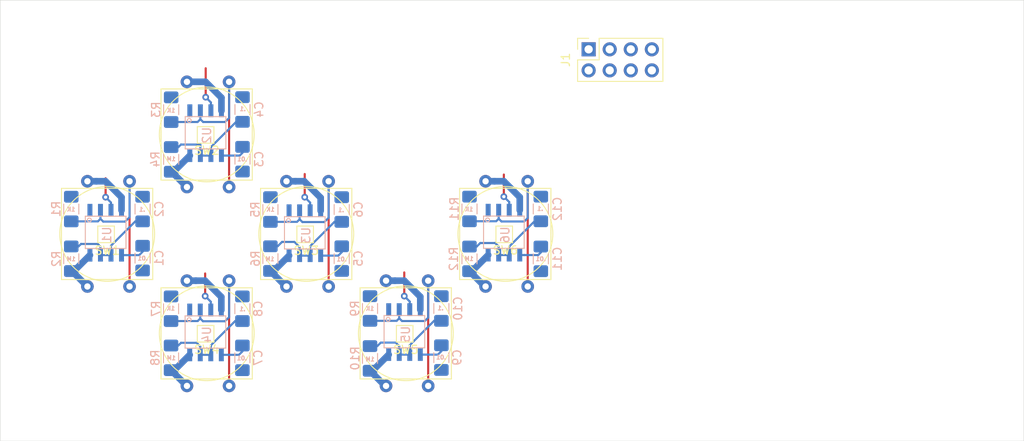
<source format=kicad_pcb>
(kicad_pcb (version 20171130) (host pcbnew 5.1.5+dfsg1-2build2)

  (general
    (thickness 1.6)
    (drawings 28)
    (tracks 201)
    (zones 0)
    (modules 37)
    (nets 27)
  )

  (page A4)
  (layers
    (0 F.Cu signal)
    (31 B.Cu signal)
    (32 B.Adhes user hide)
    (33 F.Adhes user hide)
    (34 B.Paste user hide)
    (35 F.Paste user hide)
    (36 B.SilkS user)
    (37 F.SilkS user)
    (38 B.Mask user)
    (39 F.Mask user)
    (40 Dwgs.User user hide)
    (41 Cmts.User user hide)
    (42 Eco1.User user)
    (43 Eco2.User user hide)
    (44 Edge.Cuts user)
    (45 Margin user hide)
    (46 B.CrtYd user hide)
    (47 F.CrtYd user hide)
    (48 B.Fab user hide)
    (49 F.Fab user hide)
  )

  (setup
    (last_trace_width 0.25)
    (user_trace_width 0.8)
    (trace_clearance 0.2)
    (zone_clearance 0.508)
    (zone_45_only no)
    (trace_min 0.2)
    (via_size 0.8)
    (via_drill 0.4)
    (via_min_size 0.4)
    (via_min_drill 0.3)
    (user_via 1.2 0.4)
    (uvia_size 0.3)
    (uvia_drill 0.1)
    (uvias_allowed no)
    (uvia_min_size 0.2)
    (uvia_min_drill 0.1)
    (edge_width 0.05)
    (segment_width 0.2)
    (pcb_text_width 0.3)
    (pcb_text_size 1.5 1.5)
    (mod_edge_width 0.12)
    (mod_text_size 1 1)
    (mod_text_width 0.15)
    (pad_size 1.524 1.524)
    (pad_drill 0.762)
    (pad_to_mask_clearance 0.051)
    (solder_mask_min_width 0.25)
    (aux_axis_origin 0 0)
    (visible_elements FFFFEF7F)
    (pcbplotparams
      (layerselection 0x010fc_ffffffff)
      (usegerberextensions false)
      (usegerberattributes false)
      (usegerberadvancedattributes false)
      (creategerberjobfile false)
      (excludeedgelayer true)
      (linewidth 0.100000)
      (plotframeref false)
      (viasonmask false)
      (mode 1)
      (useauxorigin false)
      (hpglpennumber 1)
      (hpglpenspeed 20)
      (hpglpendiameter 15.000000)
      (psnegative false)
      (psa4output false)
      (plotreference true)
      (plotvalue true)
      (plotinvisibletext false)
      (padsonsilk false)
      (subtractmaskfromsilk false)
      (outputformat 1)
      (mirror false)
      (drillshape 1)
      (scaleselection 1)
      (outputdirectory ""))
  )

  (net 0 "")
  (net 1 /GND)
  (net 2 /VCC)
  (net 3 /L_67)
  (net 4 /L_button)
  (net 5 /L_5)
  (net 6 /L_out)
  (net 7 /U_5)
  (net 8 /U_67)
  (net 9 /R_5)
  (net 10 /R_67)
  (net 11 /D_5)
  (net 12 /D_67)
  (net 13 /A_5)
  (net 14 /A_67)
  (net 15 /B_5)
  (net 16 /B_67)
  (net 17 /B_out)
  (net 18 /A_out)
  (net 19 /D_out)
  (net 20 /R_out)
  (net 21 /U_out)
  (net 22 /U_button)
  (net 23 /R_button)
  (net 24 /D_button)
  (net 25 /A_button)
  (net 26 /B_button)

  (net_class Default "This is the default net class."
    (clearance 0.2)
    (trace_width 0.25)
    (via_dia 0.8)
    (via_drill 0.4)
    (uvia_dia 0.3)
    (uvia_drill 0.1)
    (add_net /A_5)
    (add_net /A_67)
    (add_net /A_button)
    (add_net /A_out)
    (add_net /B_5)
    (add_net /B_67)
    (add_net /B_button)
    (add_net /B_out)
    (add_net /D_5)
    (add_net /D_67)
    (add_net /D_button)
    (add_net /D_out)
    (add_net /GND)
    (add_net /L_5)
    (add_net /L_67)
    (add_net /L_button)
    (add_net /L_out)
    (add_net /R_5)
    (add_net /R_67)
    (add_net /R_button)
    (add_net /R_out)
    (add_net /U_5)
    (add_net /U_67)
    (add_net /U_button)
    (add_net /U_out)
    (add_net /VCC)
  )

  (module my_oscillators:LM555_SOIC-8_p1.27_l1.55_w0.6_W5.4 (layer B.Cu) (tedit 61371B81) (tstamp 6137C420)
    (at 150.7714 131.704 270)
    (path /614A6784)
    (fp_text reference U6 (at 0.41148 -0.20066 270) (layer B.SilkS)
      (effects (font (size 1 1) (thickness 0.15)) (justify mirror))
    )
    (fp_text value LM555 (at 0.14478 -4.05638 270) (layer B.Fab)
      (effects (font (size 1 1) (thickness 0.15)) (justify mirror))
    )
    (fp_line (start 2.11 2.46) (end -1.88 2.43) (layer B.CrtYd) (width 0.12))
    (fp_line (start 2.11 2.15) (end 2.11 2.46) (layer B.CrtYd) (width 0.12))
    (fp_line (start 3.63 2.15) (end 2.11 2.15) (layer B.CrtYd) (width 0.12))
    (fp_line (start 3.63 -2.27) (end 3.63 2.15) (layer B.CrtYd) (width 0.12))
    (fp_line (start 2.11 -2.27) (end 3.63 -2.27) (layer B.CrtYd) (width 0.12))
    (fp_line (start 2.11 -2.55) (end 2.11 -2.27) (layer B.CrtYd) (width 0.12))
    (fp_line (start -1.91 -2.55) (end 2.11 -2.55) (layer B.CrtYd) (width 0.12))
    (fp_line (start -1.91 -2.26) (end -1.91 -2.55) (layer B.CrtYd) (width 0.12))
    (fp_line (start -3.34 -2.26) (end -1.91 -2.26) (layer B.CrtYd) (width 0.12))
    (fp_line (start -3.34 2.15) (end -3.34 -2.26) (layer B.CrtYd) (width 0.12))
    (fp_line (start -1.88 2.15) (end -3.34 2.15) (layer B.CrtYd) (width 0.12))
    (fp_line (start -1.88 2.43) (end -1.88 2.15) (layer B.CrtYd) (width 0.12))
    (fp_circle (center -1.3843 1.9177) (end -1.18618 1.78562) (layer B.SilkS) (width 0.12))
    (fp_line (start -1.92024 2.1844) (end -3.33756 2.1844) (layer B.Fab) (width 0.12))
    (fp_line (start 3.6322 -2.27838) (end 3.6322 2.159) (layer B.Fab) (width 0.12))
    (fp_line (start 2.09804 -2.54762) (end 2.09804 -2.27838) (layer B.Fab) (width 0.12))
    (fp_line (start 2.14376 2.159) (end 2.14376 2.48666) (layer B.Fab) (width 0.12))
    (fp_line (start 3.6322 2.159) (end 2.14376 2.159) (layer B.Fab) (width 0.12))
    (fp_line (start -1.95326 -2.54762) (end 2.09804 -2.54762) (layer B.Fab) (width 0.12))
    (fp_line (start 2.09804 -2.27838) (end 3.6322 -2.27838) (layer B.Fab) (width 0.12))
    (fp_line (start -3.33756 -2.25806) (end -1.95326 -2.25806) (layer B.Fab) (width 0.12))
    (fp_line (start -3.33756 2.1844) (end -3.33756 -2.25806) (layer B.Fab) (width 0.12))
    (fp_line (start 2.14376 2.48666) (end -1.92024 2.48666) (layer B.Fab) (width 0.12))
    (fp_line (start -1.92024 2.47904) (end -1.92024 2.1844) (layer B.Fab) (width 0.12))
    (fp_line (start -1.95326 -2.25806) (end -1.95326 -2.54762) (layer B.Fab) (width 0.12))
    (fp_line (start -1.85166 -2.49682) (end 2.04724 -2.49682) (layer B.SilkS) (width 0.12))
    (fp_line (start -1.85166 2.40284) (end -1.85166 -2.49682) (layer B.SilkS) (width 0.12))
    (fp_line (start -1.85166 2.40284) (end 2.04724 2.40284) (layer B.SilkS) (width 0.12))
    (fp_line (start 2.04724 -2.49682) (end 2.04724 2.40284) (layer B.SilkS) (width 0.12))
    (pad 8 smd rect (at 2.85116 1.84888 270) (size 1.55 0.6) (layers B.Cu B.Paste B.Mask)
      (net 2 /VCC))
    (pad 7 smd rect (at 2.85116 0.57888 270) (size 1.55 0.6) (layers B.Cu B.Paste B.Mask)
      (net 16 /B_67))
    (pad 6 smd rect (at 2.85116 -0.69112 270) (size 1.55 0.6) (layers B.Cu B.Paste B.Mask)
      (net 16 /B_67))
    (pad 2 smd rect (at -2.55884 0.57888 270) (size 1.55 0.6) (layers B.Cu B.Paste B.Mask)
      (net 26 /B_button))
    (pad 5 smd rect (at 2.85116 -1.96112 270) (size 1.55 0.6) (layers B.Cu B.Paste B.Mask)
      (net 15 /B_5))
    (pad 1 smd rect (at -2.55884 1.84888 270) (size 1.55 0.6) (layers B.Cu B.Paste B.Mask)
      (net 1 /GND))
    (pad 4 smd rect (at -2.55884 -1.96112 270) (size 1.55 0.6) (layers B.Cu B.Paste B.Mask)
      (net 2 /VCC))
    (pad 3 smd rect (at -2.55884 -0.69112 270) (size 1.55 0.6) (layers B.Cu B.Paste B.Mask)
      (net 17 /B_out))
  )

  (module my_oscillators:LM555_SOIC-8_p1.27_l1.55_w0.6_W5.4 (layer B.Cu) (tedit 61371B81) (tstamp 6137B692)
    (at 138.7809 143.70684 270)
    (path /614A671D)
    (fp_text reference U5 (at 0.41148 -0.20066 270) (layer B.SilkS)
      (effects (font (size 1 1) (thickness 0.15)) (justify mirror))
    )
    (fp_text value LM555 (at 0.14478 -4.05638 270) (layer B.Fab)
      (effects (font (size 1 1) (thickness 0.15)) (justify mirror))
    )
    (fp_line (start 2.11 2.46) (end -1.88 2.43) (layer B.CrtYd) (width 0.12))
    (fp_line (start 2.11 2.15) (end 2.11 2.46) (layer B.CrtYd) (width 0.12))
    (fp_line (start 3.63 2.15) (end 2.11 2.15) (layer B.CrtYd) (width 0.12))
    (fp_line (start 3.63 -2.27) (end 3.63 2.15) (layer B.CrtYd) (width 0.12))
    (fp_line (start 2.11 -2.27) (end 3.63 -2.27) (layer B.CrtYd) (width 0.12))
    (fp_line (start 2.11 -2.55) (end 2.11 -2.27) (layer B.CrtYd) (width 0.12))
    (fp_line (start -1.91 -2.55) (end 2.11 -2.55) (layer B.CrtYd) (width 0.12))
    (fp_line (start -1.91 -2.26) (end -1.91 -2.55) (layer B.CrtYd) (width 0.12))
    (fp_line (start -3.34 -2.26) (end -1.91 -2.26) (layer B.CrtYd) (width 0.12))
    (fp_line (start -3.34 2.15) (end -3.34 -2.26) (layer B.CrtYd) (width 0.12))
    (fp_line (start -1.88 2.15) (end -3.34 2.15) (layer B.CrtYd) (width 0.12))
    (fp_line (start -1.88 2.43) (end -1.88 2.15) (layer B.CrtYd) (width 0.12))
    (fp_circle (center -1.3843 1.9177) (end -1.18618 1.78562) (layer B.SilkS) (width 0.12))
    (fp_line (start -1.92024 2.1844) (end -3.33756 2.1844) (layer B.Fab) (width 0.12))
    (fp_line (start 3.6322 -2.27838) (end 3.6322 2.159) (layer B.Fab) (width 0.12))
    (fp_line (start 2.09804 -2.54762) (end 2.09804 -2.27838) (layer B.Fab) (width 0.12))
    (fp_line (start 2.14376 2.159) (end 2.14376 2.48666) (layer B.Fab) (width 0.12))
    (fp_line (start 3.6322 2.159) (end 2.14376 2.159) (layer B.Fab) (width 0.12))
    (fp_line (start -1.95326 -2.54762) (end 2.09804 -2.54762) (layer B.Fab) (width 0.12))
    (fp_line (start 2.09804 -2.27838) (end 3.6322 -2.27838) (layer B.Fab) (width 0.12))
    (fp_line (start -3.33756 -2.25806) (end -1.95326 -2.25806) (layer B.Fab) (width 0.12))
    (fp_line (start -3.33756 2.1844) (end -3.33756 -2.25806) (layer B.Fab) (width 0.12))
    (fp_line (start 2.14376 2.48666) (end -1.92024 2.48666) (layer B.Fab) (width 0.12))
    (fp_line (start -1.92024 2.47904) (end -1.92024 2.1844) (layer B.Fab) (width 0.12))
    (fp_line (start -1.95326 -2.25806) (end -1.95326 -2.54762) (layer B.Fab) (width 0.12))
    (fp_line (start -1.85166 -2.49682) (end 2.04724 -2.49682) (layer B.SilkS) (width 0.12))
    (fp_line (start -1.85166 2.40284) (end -1.85166 -2.49682) (layer B.SilkS) (width 0.12))
    (fp_line (start -1.85166 2.40284) (end 2.04724 2.40284) (layer B.SilkS) (width 0.12))
    (fp_line (start 2.04724 -2.49682) (end 2.04724 2.40284) (layer B.SilkS) (width 0.12))
    (pad 8 smd rect (at 2.85116 1.84888 270) (size 1.55 0.6) (layers B.Cu B.Paste B.Mask)
      (net 2 /VCC))
    (pad 7 smd rect (at 2.85116 0.57888 270) (size 1.55 0.6) (layers B.Cu B.Paste B.Mask)
      (net 14 /A_67))
    (pad 6 smd rect (at 2.85116 -0.69112 270) (size 1.55 0.6) (layers B.Cu B.Paste B.Mask)
      (net 14 /A_67))
    (pad 2 smd rect (at -2.55884 0.57888 270) (size 1.55 0.6) (layers B.Cu B.Paste B.Mask)
      (net 25 /A_button))
    (pad 5 smd rect (at 2.85116 -1.96112 270) (size 1.55 0.6) (layers B.Cu B.Paste B.Mask)
      (net 13 /A_5))
    (pad 1 smd rect (at -2.55884 1.84888 270) (size 1.55 0.6) (layers B.Cu B.Paste B.Mask)
      (net 1 /GND))
    (pad 4 smd rect (at -2.55884 -1.96112 270) (size 1.55 0.6) (layers B.Cu B.Paste B.Mask)
      (net 2 /VCC))
    (pad 3 smd rect (at -2.55884 -0.69112 270) (size 1.55 0.6) (layers B.Cu B.Paste B.Mask)
      (net 18 /A_out))
  )

  (module my_oscillators:LM555_SOIC-8_p1.27_l1.55_w0.6_W5.4 (layer B.Cu) (tedit 61371B81) (tstamp 6137B54B)
    (at 126.7714 131.773 270)
    (path /6143F99F)
    (fp_text reference U3 (at 0.41148 -0.20066 270) (layer B.SilkS)
      (effects (font (size 1 1) (thickness 0.15)) (justify mirror))
    )
    (fp_text value LM555 (at 0.14478 -4.05638 270) (layer B.Fab)
      (effects (font (size 1 1) (thickness 0.15)) (justify mirror))
    )
    (fp_line (start 2.11 2.46) (end -1.88 2.43) (layer B.CrtYd) (width 0.12))
    (fp_line (start 2.11 2.15) (end 2.11 2.46) (layer B.CrtYd) (width 0.12))
    (fp_line (start 3.63 2.15) (end 2.11 2.15) (layer B.CrtYd) (width 0.12))
    (fp_line (start 3.63 -2.27) (end 3.63 2.15) (layer B.CrtYd) (width 0.12))
    (fp_line (start 2.11 -2.27) (end 3.63 -2.27) (layer B.CrtYd) (width 0.12))
    (fp_line (start 2.11 -2.55) (end 2.11 -2.27) (layer B.CrtYd) (width 0.12))
    (fp_line (start -1.91 -2.55) (end 2.11 -2.55) (layer B.CrtYd) (width 0.12))
    (fp_line (start -1.91 -2.26) (end -1.91 -2.55) (layer B.CrtYd) (width 0.12))
    (fp_line (start -3.34 -2.26) (end -1.91 -2.26) (layer B.CrtYd) (width 0.12))
    (fp_line (start -3.34 2.15) (end -3.34 -2.26) (layer B.CrtYd) (width 0.12))
    (fp_line (start -1.88 2.15) (end -3.34 2.15) (layer B.CrtYd) (width 0.12))
    (fp_line (start -1.88 2.43) (end -1.88 2.15) (layer B.CrtYd) (width 0.12))
    (fp_circle (center -1.3843 1.9177) (end -1.18618 1.78562) (layer B.SilkS) (width 0.12))
    (fp_line (start -1.92024 2.1844) (end -3.33756 2.1844) (layer B.Fab) (width 0.12))
    (fp_line (start 3.6322 -2.27838) (end 3.6322 2.159) (layer B.Fab) (width 0.12))
    (fp_line (start 2.09804 -2.54762) (end 2.09804 -2.27838) (layer B.Fab) (width 0.12))
    (fp_line (start 2.14376 2.159) (end 2.14376 2.48666) (layer B.Fab) (width 0.12))
    (fp_line (start 3.6322 2.159) (end 2.14376 2.159) (layer B.Fab) (width 0.12))
    (fp_line (start -1.95326 -2.54762) (end 2.09804 -2.54762) (layer B.Fab) (width 0.12))
    (fp_line (start 2.09804 -2.27838) (end 3.6322 -2.27838) (layer B.Fab) (width 0.12))
    (fp_line (start -3.33756 -2.25806) (end -1.95326 -2.25806) (layer B.Fab) (width 0.12))
    (fp_line (start -3.33756 2.1844) (end -3.33756 -2.25806) (layer B.Fab) (width 0.12))
    (fp_line (start 2.14376 2.48666) (end -1.92024 2.48666) (layer B.Fab) (width 0.12))
    (fp_line (start -1.92024 2.47904) (end -1.92024 2.1844) (layer B.Fab) (width 0.12))
    (fp_line (start -1.95326 -2.25806) (end -1.95326 -2.54762) (layer B.Fab) (width 0.12))
    (fp_line (start -1.85166 -2.49682) (end 2.04724 -2.49682) (layer B.SilkS) (width 0.12))
    (fp_line (start -1.85166 2.40284) (end -1.85166 -2.49682) (layer B.SilkS) (width 0.12))
    (fp_line (start -1.85166 2.40284) (end 2.04724 2.40284) (layer B.SilkS) (width 0.12))
    (fp_line (start 2.04724 -2.49682) (end 2.04724 2.40284) (layer B.SilkS) (width 0.12))
    (pad 8 smd rect (at 2.85116 1.84888 270) (size 1.55 0.6) (layers B.Cu B.Paste B.Mask)
      (net 2 /VCC))
    (pad 7 smd rect (at 2.85116 0.57888 270) (size 1.55 0.6) (layers B.Cu B.Paste B.Mask)
      (net 10 /R_67))
    (pad 6 smd rect (at 2.85116 -0.69112 270) (size 1.55 0.6) (layers B.Cu B.Paste B.Mask)
      (net 10 /R_67))
    (pad 2 smd rect (at -2.55884 0.57888 270) (size 1.55 0.6) (layers B.Cu B.Paste B.Mask)
      (net 23 /R_button))
    (pad 5 smd rect (at 2.85116 -1.96112 270) (size 1.55 0.6) (layers B.Cu B.Paste B.Mask)
      (net 9 /R_5))
    (pad 1 smd rect (at -2.55884 1.84888 270) (size 1.55 0.6) (layers B.Cu B.Paste B.Mask)
      (net 1 /GND))
    (pad 4 smd rect (at -2.55884 -1.96112 270) (size 1.55 0.6) (layers B.Cu B.Paste B.Mask)
      (net 2 /VCC))
    (pad 3 smd rect (at -2.55884 -0.69112 270) (size 1.55 0.6) (layers B.Cu B.Paste B.Mask)
      (net 20 /R_out))
  )

  (module my_oscillators:LM555_SOIC-8_p1.27_l1.55_w0.6_W5.4 (layer B.Cu) (tedit 61371B81) (tstamp 6137A5FB)
    (at 114.7944 143.7485 270)
    (path /614A66B6)
    (fp_text reference U4 (at 0.41148 -0.20066 270) (layer B.SilkS)
      (effects (font (size 1 1) (thickness 0.15)) (justify mirror))
    )
    (fp_text value LM555 (at 0.14478 -4.05638 270) (layer B.Fab)
      (effects (font (size 1 1) (thickness 0.15)) (justify mirror))
    )
    (fp_line (start 2.11 2.46) (end -1.88 2.43) (layer B.CrtYd) (width 0.12))
    (fp_line (start 2.11 2.15) (end 2.11 2.46) (layer B.CrtYd) (width 0.12))
    (fp_line (start 3.63 2.15) (end 2.11 2.15) (layer B.CrtYd) (width 0.12))
    (fp_line (start 3.63 -2.27) (end 3.63 2.15) (layer B.CrtYd) (width 0.12))
    (fp_line (start 2.11 -2.27) (end 3.63 -2.27) (layer B.CrtYd) (width 0.12))
    (fp_line (start 2.11 -2.55) (end 2.11 -2.27) (layer B.CrtYd) (width 0.12))
    (fp_line (start -1.91 -2.55) (end 2.11 -2.55) (layer B.CrtYd) (width 0.12))
    (fp_line (start -1.91 -2.26) (end -1.91 -2.55) (layer B.CrtYd) (width 0.12))
    (fp_line (start -3.34 -2.26) (end -1.91 -2.26) (layer B.CrtYd) (width 0.12))
    (fp_line (start -3.34 2.15) (end -3.34 -2.26) (layer B.CrtYd) (width 0.12))
    (fp_line (start -1.88 2.15) (end -3.34 2.15) (layer B.CrtYd) (width 0.12))
    (fp_line (start -1.88 2.43) (end -1.88 2.15) (layer B.CrtYd) (width 0.12))
    (fp_circle (center -1.3843 1.9177) (end -1.18618 1.78562) (layer B.SilkS) (width 0.12))
    (fp_line (start -1.92024 2.1844) (end -3.33756 2.1844) (layer B.Fab) (width 0.12))
    (fp_line (start 3.6322 -2.27838) (end 3.6322 2.159) (layer B.Fab) (width 0.12))
    (fp_line (start 2.09804 -2.54762) (end 2.09804 -2.27838) (layer B.Fab) (width 0.12))
    (fp_line (start 2.14376 2.159) (end 2.14376 2.48666) (layer B.Fab) (width 0.12))
    (fp_line (start 3.6322 2.159) (end 2.14376 2.159) (layer B.Fab) (width 0.12))
    (fp_line (start -1.95326 -2.54762) (end 2.09804 -2.54762) (layer B.Fab) (width 0.12))
    (fp_line (start 2.09804 -2.27838) (end 3.6322 -2.27838) (layer B.Fab) (width 0.12))
    (fp_line (start -3.33756 -2.25806) (end -1.95326 -2.25806) (layer B.Fab) (width 0.12))
    (fp_line (start -3.33756 2.1844) (end -3.33756 -2.25806) (layer B.Fab) (width 0.12))
    (fp_line (start 2.14376 2.48666) (end -1.92024 2.48666) (layer B.Fab) (width 0.12))
    (fp_line (start -1.92024 2.47904) (end -1.92024 2.1844) (layer B.Fab) (width 0.12))
    (fp_line (start -1.95326 -2.25806) (end -1.95326 -2.54762) (layer B.Fab) (width 0.12))
    (fp_line (start -1.85166 -2.49682) (end 2.04724 -2.49682) (layer B.SilkS) (width 0.12))
    (fp_line (start -1.85166 2.40284) (end -1.85166 -2.49682) (layer B.SilkS) (width 0.12))
    (fp_line (start -1.85166 2.40284) (end 2.04724 2.40284) (layer B.SilkS) (width 0.12))
    (fp_line (start 2.04724 -2.49682) (end 2.04724 2.40284) (layer B.SilkS) (width 0.12))
    (pad 8 smd rect (at 2.85116 1.84888 270) (size 1.55 0.6) (layers B.Cu B.Paste B.Mask)
      (net 2 /VCC))
    (pad 7 smd rect (at 2.85116 0.57888 270) (size 1.55 0.6) (layers B.Cu B.Paste B.Mask)
      (net 12 /D_67))
    (pad 6 smd rect (at 2.85116 -0.69112 270) (size 1.55 0.6) (layers B.Cu B.Paste B.Mask)
      (net 12 /D_67))
    (pad 2 smd rect (at -2.55884 0.57888 270) (size 1.55 0.6) (layers B.Cu B.Paste B.Mask)
      (net 24 /D_button))
    (pad 5 smd rect (at 2.85116 -1.96112 270) (size 1.55 0.6) (layers B.Cu B.Paste B.Mask)
      (net 11 /D_5))
    (pad 1 smd rect (at -2.55884 1.84888 270) (size 1.55 0.6) (layers B.Cu B.Paste B.Mask)
      (net 1 /GND))
    (pad 4 smd rect (at -2.55884 -1.96112 270) (size 1.55 0.6) (layers B.Cu B.Paste B.Mask)
      (net 2 /VCC))
    (pad 3 smd rect (at -2.55884 -0.69112 270) (size 1.55 0.6) (layers B.Cu B.Paste B.Mask)
      (net 19 /D_out))
  )

  (module my_oscillators:LM555_SOIC-8_p1.27_l1.55_w0.6_W5.4 (layer B.Cu) (tedit 61371B81) (tstamp 6137986D)
    (at 114.8079 119.6995 270)
    (path /6142E71B)
    (fp_text reference U2 (at 0.41148 -0.20066 270) (layer B.SilkS)
      (effects (font (size 1 1) (thickness 0.15)) (justify mirror))
    )
    (fp_text value LM555 (at 0.14478 -4.05638 270) (layer B.Fab)
      (effects (font (size 1 1) (thickness 0.15)) (justify mirror))
    )
    (fp_line (start 2.11 2.46) (end -1.88 2.43) (layer B.CrtYd) (width 0.12))
    (fp_line (start 2.11 2.15) (end 2.11 2.46) (layer B.CrtYd) (width 0.12))
    (fp_line (start 3.63 2.15) (end 2.11 2.15) (layer B.CrtYd) (width 0.12))
    (fp_line (start 3.63 -2.27) (end 3.63 2.15) (layer B.CrtYd) (width 0.12))
    (fp_line (start 2.11 -2.27) (end 3.63 -2.27) (layer B.CrtYd) (width 0.12))
    (fp_line (start 2.11 -2.55) (end 2.11 -2.27) (layer B.CrtYd) (width 0.12))
    (fp_line (start -1.91 -2.55) (end 2.11 -2.55) (layer B.CrtYd) (width 0.12))
    (fp_line (start -1.91 -2.26) (end -1.91 -2.55) (layer B.CrtYd) (width 0.12))
    (fp_line (start -3.34 -2.26) (end -1.91 -2.26) (layer B.CrtYd) (width 0.12))
    (fp_line (start -3.34 2.15) (end -3.34 -2.26) (layer B.CrtYd) (width 0.12))
    (fp_line (start -1.88 2.15) (end -3.34 2.15) (layer B.CrtYd) (width 0.12))
    (fp_line (start -1.88 2.43) (end -1.88 2.15) (layer B.CrtYd) (width 0.12))
    (fp_circle (center -1.3843 1.9177) (end -1.18618 1.78562) (layer B.SilkS) (width 0.12))
    (fp_line (start -1.92024 2.1844) (end -3.33756 2.1844) (layer B.Fab) (width 0.12))
    (fp_line (start 3.6322 -2.27838) (end 3.6322 2.159) (layer B.Fab) (width 0.12))
    (fp_line (start 2.09804 -2.54762) (end 2.09804 -2.27838) (layer B.Fab) (width 0.12))
    (fp_line (start 2.14376 2.159) (end 2.14376 2.48666) (layer B.Fab) (width 0.12))
    (fp_line (start 3.6322 2.159) (end 2.14376 2.159) (layer B.Fab) (width 0.12))
    (fp_line (start -1.95326 -2.54762) (end 2.09804 -2.54762) (layer B.Fab) (width 0.12))
    (fp_line (start 2.09804 -2.27838) (end 3.6322 -2.27838) (layer B.Fab) (width 0.12))
    (fp_line (start -3.33756 -2.25806) (end -1.95326 -2.25806) (layer B.Fab) (width 0.12))
    (fp_line (start -3.33756 2.1844) (end -3.33756 -2.25806) (layer B.Fab) (width 0.12))
    (fp_line (start 2.14376 2.48666) (end -1.92024 2.48666) (layer B.Fab) (width 0.12))
    (fp_line (start -1.92024 2.47904) (end -1.92024 2.1844) (layer B.Fab) (width 0.12))
    (fp_line (start -1.95326 -2.25806) (end -1.95326 -2.54762) (layer B.Fab) (width 0.12))
    (fp_line (start -1.85166 -2.49682) (end 2.04724 -2.49682) (layer B.SilkS) (width 0.12))
    (fp_line (start -1.85166 2.40284) (end -1.85166 -2.49682) (layer B.SilkS) (width 0.12))
    (fp_line (start -1.85166 2.40284) (end 2.04724 2.40284) (layer B.SilkS) (width 0.12))
    (fp_line (start 2.04724 -2.49682) (end 2.04724 2.40284) (layer B.SilkS) (width 0.12))
    (pad 8 smd rect (at 2.85116 1.84888 270) (size 1.55 0.6) (layers B.Cu B.Paste B.Mask)
      (net 2 /VCC))
    (pad 7 smd rect (at 2.85116 0.57888 270) (size 1.55 0.6) (layers B.Cu B.Paste B.Mask)
      (net 8 /U_67))
    (pad 6 smd rect (at 2.85116 -0.69112 270) (size 1.55 0.6) (layers B.Cu B.Paste B.Mask)
      (net 8 /U_67))
    (pad 2 smd rect (at -2.55884 0.57888 270) (size 1.55 0.6) (layers B.Cu B.Paste B.Mask)
      (net 22 /U_button))
    (pad 5 smd rect (at 2.85116 -1.96112 270) (size 1.55 0.6) (layers B.Cu B.Paste B.Mask)
      (net 7 /U_5))
    (pad 1 smd rect (at -2.55884 1.84888 270) (size 1.55 0.6) (layers B.Cu B.Paste B.Mask)
      (net 1 /GND))
    (pad 4 smd rect (at -2.55884 -1.96112 270) (size 1.55 0.6) (layers B.Cu B.Paste B.Mask)
      (net 2 /VCC))
    (pad 3 smd rect (at -2.55884 -0.69112 270) (size 1.55 0.6) (layers B.Cu B.Paste B.Mask)
      (net 21 /U_out))
  )

  (module my_oscillators:LM555_SOIC-8_p1.27_l1.55_w0.6_W5.4 (layer B.Cu) (tedit 61371B81) (tstamp 613888F6)
    (at 102.7644 131.7165 270)
    (path /613D1E08)
    (fp_text reference U1 (at 0.41148 -0.20066 270) (layer B.SilkS)
      (effects (font (size 1 1) (thickness 0.15)) (justify mirror))
    )
    (fp_text value LM555 (at 0.14478 -4.05638 270) (layer B.Fab)
      (effects (font (size 1 1) (thickness 0.15)) (justify mirror))
    )
    (fp_line (start 2.11 2.46) (end -1.88 2.43) (layer B.CrtYd) (width 0.12))
    (fp_line (start 2.11 2.15) (end 2.11 2.46) (layer B.CrtYd) (width 0.12))
    (fp_line (start 3.63 2.15) (end 2.11 2.15) (layer B.CrtYd) (width 0.12))
    (fp_line (start 3.63 -2.27) (end 3.63 2.15) (layer B.CrtYd) (width 0.12))
    (fp_line (start 2.11 -2.27) (end 3.63 -2.27) (layer B.CrtYd) (width 0.12))
    (fp_line (start 2.11 -2.55) (end 2.11 -2.27) (layer B.CrtYd) (width 0.12))
    (fp_line (start -1.91 -2.55) (end 2.11 -2.55) (layer B.CrtYd) (width 0.12))
    (fp_line (start -1.91 -2.26) (end -1.91 -2.55) (layer B.CrtYd) (width 0.12))
    (fp_line (start -3.34 -2.26) (end -1.91 -2.26) (layer B.CrtYd) (width 0.12))
    (fp_line (start -3.34 2.15) (end -3.34 -2.26) (layer B.CrtYd) (width 0.12))
    (fp_line (start -1.88 2.15) (end -3.34 2.15) (layer B.CrtYd) (width 0.12))
    (fp_line (start -1.88 2.43) (end -1.88 2.15) (layer B.CrtYd) (width 0.12))
    (fp_circle (center -1.3843 1.9177) (end -1.18618 1.78562) (layer B.SilkS) (width 0.12))
    (fp_line (start -1.92024 2.1844) (end -3.33756 2.1844) (layer B.Fab) (width 0.12))
    (fp_line (start 3.6322 -2.27838) (end 3.6322 2.159) (layer B.Fab) (width 0.12))
    (fp_line (start 2.09804 -2.54762) (end 2.09804 -2.27838) (layer B.Fab) (width 0.12))
    (fp_line (start 2.14376 2.159) (end 2.14376 2.48666) (layer B.Fab) (width 0.12))
    (fp_line (start 3.6322 2.159) (end 2.14376 2.159) (layer B.Fab) (width 0.12))
    (fp_line (start -1.95326 -2.54762) (end 2.09804 -2.54762) (layer B.Fab) (width 0.12))
    (fp_line (start 2.09804 -2.27838) (end 3.6322 -2.27838) (layer B.Fab) (width 0.12))
    (fp_line (start -3.33756 -2.25806) (end -1.95326 -2.25806) (layer B.Fab) (width 0.12))
    (fp_line (start -3.33756 2.1844) (end -3.33756 -2.25806) (layer B.Fab) (width 0.12))
    (fp_line (start 2.14376 2.48666) (end -1.92024 2.48666) (layer B.Fab) (width 0.12))
    (fp_line (start -1.92024 2.47904) (end -1.92024 2.1844) (layer B.Fab) (width 0.12))
    (fp_line (start -1.95326 -2.25806) (end -1.95326 -2.54762) (layer B.Fab) (width 0.12))
    (fp_line (start -1.85166 -2.49682) (end 2.04724 -2.49682) (layer B.SilkS) (width 0.12))
    (fp_line (start -1.85166 2.40284) (end -1.85166 -2.49682) (layer B.SilkS) (width 0.12))
    (fp_line (start -1.85166 2.40284) (end 2.04724 2.40284) (layer B.SilkS) (width 0.12))
    (fp_line (start 2.04724 -2.49682) (end 2.04724 2.40284) (layer B.SilkS) (width 0.12))
    (pad 8 smd rect (at 2.85116 1.84888 270) (size 1.55 0.6) (layers B.Cu B.Paste B.Mask)
      (net 2 /VCC))
    (pad 7 smd rect (at 2.85116 0.57888 270) (size 1.55 0.6) (layers B.Cu B.Paste B.Mask)
      (net 3 /L_67))
    (pad 6 smd rect (at 2.85116 -0.69112 270) (size 1.55 0.6) (layers B.Cu B.Paste B.Mask)
      (net 3 /L_67))
    (pad 2 smd rect (at -2.55884 0.57888 270) (size 1.55 0.6) (layers B.Cu B.Paste B.Mask)
      (net 4 /L_button))
    (pad 5 smd rect (at 2.85116 -1.96112 270) (size 1.55 0.6) (layers B.Cu B.Paste B.Mask)
      (net 5 /L_5))
    (pad 1 smd rect (at -2.55884 1.84888 270) (size 1.55 0.6) (layers B.Cu B.Paste B.Mask)
      (net 1 /GND))
    (pad 4 smd rect (at -2.55884 -1.96112 270) (size 1.55 0.6) (layers B.Cu B.Paste B.Mask)
      (net 2 /VCC))
    (pad 3 smd rect (at -2.55884 -0.69112 270) (size 1.55 0.6) (layers B.Cu B.Paste B.Mask)
      (net 6 /L_out))
  )

  (module Connector_PinSocket_2.54mm:PinSocket_2x04_P2.54mm_Vertical (layer F.Cu) (tedit 5A19A422) (tstamp 6137E923)
    (at 161.036 109.728 90)
    (descr "Through hole straight socket strip, 2x04, 2.54mm pitch, double cols (from Kicad 4.0.7), script generated")
    (tags "Through hole socket strip THT 2x04 2.54mm double row")
    (path /614D4CEC)
    (fp_text reference J1 (at -1.27 -2.77 90) (layer F.SilkS)
      (effects (font (size 1 1) (thickness 0.15)))
    )
    (fp_text value Conn_02x04_Odd_Even (at -1.27 10.39 90) (layer F.Fab)
      (effects (font (size 1 1) (thickness 0.15)))
    )
    (fp_text user %R (at -1.27 3.81) (layer F.Fab)
      (effects (font (size 1 1) (thickness 0.15)))
    )
    (fp_line (start -4.34 9.4) (end -4.34 -1.8) (layer F.CrtYd) (width 0.05))
    (fp_line (start 1.76 9.4) (end -4.34 9.4) (layer F.CrtYd) (width 0.05))
    (fp_line (start 1.76 -1.8) (end 1.76 9.4) (layer F.CrtYd) (width 0.05))
    (fp_line (start -4.34 -1.8) (end 1.76 -1.8) (layer F.CrtYd) (width 0.05))
    (fp_line (start 0 -1.33) (end 1.33 -1.33) (layer F.SilkS) (width 0.12))
    (fp_line (start 1.33 -1.33) (end 1.33 0) (layer F.SilkS) (width 0.12))
    (fp_line (start -1.27 -1.33) (end -1.27 1.27) (layer F.SilkS) (width 0.12))
    (fp_line (start -1.27 1.27) (end 1.33 1.27) (layer F.SilkS) (width 0.12))
    (fp_line (start 1.33 1.27) (end 1.33 8.95) (layer F.SilkS) (width 0.12))
    (fp_line (start -3.87 8.95) (end 1.33 8.95) (layer F.SilkS) (width 0.12))
    (fp_line (start -3.87 -1.33) (end -3.87 8.95) (layer F.SilkS) (width 0.12))
    (fp_line (start -3.87 -1.33) (end -1.27 -1.33) (layer F.SilkS) (width 0.12))
    (fp_line (start -3.81 8.89) (end -3.81 -1.27) (layer F.Fab) (width 0.1))
    (fp_line (start 1.27 8.89) (end -3.81 8.89) (layer F.Fab) (width 0.1))
    (fp_line (start 1.27 -0.27) (end 1.27 8.89) (layer F.Fab) (width 0.1))
    (fp_line (start 0.27 -1.27) (end 1.27 -0.27) (layer F.Fab) (width 0.1))
    (fp_line (start -3.81 -1.27) (end 0.27 -1.27) (layer F.Fab) (width 0.1))
    (pad 8 thru_hole oval (at -2.54 7.62 90) (size 1.7 1.7) (drill 1) (layers *.Cu *.Mask)
      (net 17 /B_out))
    (pad 7 thru_hole oval (at 0 7.62 90) (size 1.7 1.7) (drill 1) (layers *.Cu *.Mask)
      (net 18 /A_out))
    (pad 6 thru_hole oval (at -2.54 5.08 90) (size 1.7 1.7) (drill 1) (layers *.Cu *.Mask)
      (net 19 /D_out))
    (pad 5 thru_hole oval (at 0 5.08 90) (size 1.7 1.7) (drill 1) (layers *.Cu *.Mask)
      (net 20 /R_out))
    (pad 4 thru_hole oval (at -2.54 2.54 90) (size 1.7 1.7) (drill 1) (layers *.Cu *.Mask)
      (net 21 /U_out))
    (pad 3 thru_hole oval (at 0 2.54 90) (size 1.7 1.7) (drill 1) (layers *.Cu *.Mask)
      (net 6 /L_out))
    (pad 2 thru_hole oval (at -2.54 0 90) (size 1.7 1.7) (drill 1) (layers *.Cu *.Mask)
      (net 2 /VCC))
    (pad 1 thru_hole rect (at 0 0 90) (size 1.7 1.7) (drill 1) (layers *.Cu *.Mask)
      (net 1 /GND))
    (model ${KISYS3DMOD}/Connector_PinSocket_2.54mm.3dshapes/PinSocket_2x04_P2.54mm_Vertical.wrl
      (at (xyz 0 0 0))
      (scale (xyz 1 1 1))
      (rotate (xyz 0 0 0))
    )
  )

  (module Capacitor_SMD:C_1206_3216Metric_Pad1.42x1.75mm_HandSolder (layer B.Cu) (tedit 5B301BBE) (tstamp 6137C45B)
    (at 155.2714 128.9915 270)
    (descr "Capacitor SMD 1206 (3216 Metric), square (rectangular) end terminal, IPC_7351 nominal with elongated pad for handsoldering. (Body size source: http://www.tortai-tech.com/upload/download/2011102023233369053.pdf), generated with kicad-footprint-generator")
    (tags "capacitor handsolder")
    (path /614A678A)
    (attr smd)
    (fp_text reference C12 (at 0 -2 90) (layer B.SilkS)
      (effects (font (size 1 1) (thickness 0.15)) (justify mirror))
    )
    (fp_text value 0.1µF (at 0 -1.82 90) (layer B.Fab)
      (effects (font (size 1 1) (thickness 0.15)) (justify mirror))
    )
    (fp_line (start -1.6 -0.8) (end -1.6 0.8) (layer B.Fab) (width 0.1))
    (fp_line (start -1.6 0.8) (end 1.6 0.8) (layer B.Fab) (width 0.1))
    (fp_line (start 1.6 0.8) (end 1.6 -0.8) (layer B.Fab) (width 0.1))
    (fp_line (start 1.6 -0.8) (end -1.6 -0.8) (layer B.Fab) (width 0.1))
    (fp_line (start -0.602064 0.91) (end 0.602064 0.91) (layer B.SilkS) (width 0.12))
    (fp_line (start -0.602064 -0.91) (end 0.602064 -0.91) (layer B.SilkS) (width 0.12))
    (fp_line (start -2.45 -1.12) (end -2.45 1.12) (layer B.CrtYd) (width 0.05))
    (fp_line (start -2.45 1.12) (end 2.45 1.12) (layer B.CrtYd) (width 0.05))
    (fp_line (start 2.45 1.12) (end 2.45 -1.12) (layer B.CrtYd) (width 0.05))
    (fp_line (start 2.45 -1.12) (end -2.45 -1.12) (layer B.CrtYd) (width 0.05))
    (fp_text user %R (at 0 0 90) (layer B.Fab)
      (effects (font (size 0.8 0.8) (thickness 0.12)) (justify mirror))
    )
    (pad 1 smd roundrect (at -1.4875 0 270) (size 1.425 1.75) (layers B.Cu B.Paste B.Mask) (roundrect_rratio 0.175439)
      (net 1 /GND))
    (pad 2 smd roundrect (at 1.4875 0 270) (size 1.425 1.75) (layers B.Cu B.Paste B.Mask) (roundrect_rratio 0.175439)
      (net 16 /B_67))
    (model ${KISYS3DMOD}/Capacitor_SMD.3dshapes/C_1206_3216Metric.wrl
      (at (xyz 0 0 0))
      (scale (xyz 1 1 1))
      (rotate (xyz 0 0 0))
    )
  )

  (module Resistor_SMD:R_1206_3216Metric_Pad1.42x1.75mm_HandSolder (layer B.Cu) (tedit 5B301BBD) (tstamp 6137C449)
    (at 146.6714 128.9915 270)
    (descr "Resistor SMD 1206 (3216 Metric), square (rectangular) end terminal, IPC_7351 nominal with elongated pad for handsoldering. (Body size source: http://www.tortai-tech.com/upload/download/2011102023233369053.pdf), generated with kicad-footprint-generator")
    (tags "resistor handsolder")
    (path /614A67C4)
    (attr smd)
    (fp_text reference R11 (at 0 1.82 90) (layer B.SilkS)
      (effects (font (size 1 1) (thickness 0.15)) (justify mirror))
    )
    (fp_text value 1K (at 0 -1.82 90) (layer B.Fab)
      (effects (font (size 1 1) (thickness 0.15)) (justify mirror))
    )
    (fp_line (start -1.6 -0.8) (end -1.6 0.8) (layer B.Fab) (width 0.1))
    (fp_line (start -1.6 0.8) (end 1.6 0.8) (layer B.Fab) (width 0.1))
    (fp_line (start 1.6 0.8) (end 1.6 -0.8) (layer B.Fab) (width 0.1))
    (fp_line (start 1.6 -0.8) (end -1.6 -0.8) (layer B.Fab) (width 0.1))
    (fp_line (start -0.602064 0.91) (end 0.602064 0.91) (layer B.SilkS) (width 0.12))
    (fp_line (start -0.602064 -0.91) (end 0.602064 -0.91) (layer B.SilkS) (width 0.12))
    (fp_line (start -2.45 -1.12) (end -2.45 1.12) (layer B.CrtYd) (width 0.05))
    (fp_line (start -2.45 1.12) (end 2.45 1.12) (layer B.CrtYd) (width 0.05))
    (fp_line (start 2.45 1.12) (end 2.45 -1.12) (layer B.CrtYd) (width 0.05))
    (fp_line (start 2.45 -1.12) (end -2.45 -1.12) (layer B.CrtYd) (width 0.05))
    (fp_text user %R (at 0 0 90) (layer B.Fab)
      (effects (font (size 0.8 0.8) (thickness 0.12)) (justify mirror))
    )
    (pad 1 smd roundrect (at -1.4875 0 270) (size 1.425 1.75) (layers B.Cu B.Paste B.Mask) (roundrect_rratio 0.175439)
      (net 1 /GND))
    (pad 2 smd roundrect (at 1.4875 0 270) (size 1.425 1.75) (layers B.Cu B.Paste B.Mask) (roundrect_rratio 0.175439)
      (net 26 /B_button))
    (model ${KISYS3DMOD}/Resistor_SMD.3dshapes/R_1206_3216Metric.wrl
      (at (xyz 0 0 0))
      (scale (xyz 1 1 1))
      (rotate (xyz 0 0 0))
    )
  )

  (module Capacitor_SMD:C_1206_3216Metric_Pad1.42x1.75mm_HandSolder (layer B.Cu) (tedit 5B301BBE) (tstamp 6137C410)
    (at 155.2714 135.0165 90)
    (descr "Capacitor SMD 1206 (3216 Metric), square (rectangular) end terminal, IPC_7351 nominal with elongated pad for handsoldering. (Body size source: http://www.tortai-tech.com/upload/download/2011102023233369053.pdf), generated with kicad-footprint-generator")
    (tags "capacitor handsolder")
    (path /614A67BE)
    (attr smd)
    (fp_text reference C11 (at 0 2 90) (layer B.SilkS)
      (effects (font (size 1 1) (thickness 0.15)) (justify mirror))
    )
    (fp_text value 0.01µF (at 0 -1.82 90) (layer B.Fab)
      (effects (font (size 1 1) (thickness 0.15)) (justify mirror))
    )
    (fp_line (start -1.6 -0.8) (end -1.6 0.8) (layer B.Fab) (width 0.1))
    (fp_line (start -1.6 0.8) (end 1.6 0.8) (layer B.Fab) (width 0.1))
    (fp_line (start 1.6 0.8) (end 1.6 -0.8) (layer B.Fab) (width 0.1))
    (fp_line (start 1.6 -0.8) (end -1.6 -0.8) (layer B.Fab) (width 0.1))
    (fp_line (start -0.602064 0.91) (end 0.602064 0.91) (layer B.SilkS) (width 0.12))
    (fp_line (start -0.602064 -0.91) (end 0.602064 -0.91) (layer B.SilkS) (width 0.12))
    (fp_line (start -2.45 -1.12) (end -2.45 1.12) (layer B.CrtYd) (width 0.05))
    (fp_line (start -2.45 1.12) (end 2.45 1.12) (layer B.CrtYd) (width 0.05))
    (fp_line (start 2.45 1.12) (end 2.45 -1.12) (layer B.CrtYd) (width 0.05))
    (fp_line (start 2.45 -1.12) (end -2.45 -1.12) (layer B.CrtYd) (width 0.05))
    (fp_text user %R (at 0 0 90) (layer B.Fab)
      (effects (font (size 0.8 0.8) (thickness 0.12)) (justify mirror))
    )
    (pad 1 smd roundrect (at -1.4875 0 90) (size 1.425 1.75) (layers B.Cu B.Paste B.Mask) (roundrect_rratio 0.175439)
      (net 1 /GND))
    (pad 2 smd roundrect (at 1.4875 0 90) (size 1.425 1.75) (layers B.Cu B.Paste B.Mask) (roundrect_rratio 0.175439)
      (net 15 /B_5))
    (model ${KISYS3DMOD}/Capacitor_SMD.3dshapes/C_1206_3216Metric.wrl
      (at (xyz 0 0 0))
      (scale (xyz 1 1 1))
      (rotate (xyz 0 0 0))
    )
  )

  (module Resistor_SMD:R_1206_3216Metric_Pad1.42x1.75mm_HandSolder (layer B.Cu) (tedit 5B301BBD) (tstamp 6137C3FD)
    (at 146.6714 135.0165 90)
    (descr "Resistor SMD 1206 (3216 Metric), square (rectangular) end terminal, IPC_7351 nominal with elongated pad for handsoldering. (Body size source: http://www.tortai-tech.com/upload/download/2011102023233369053.pdf), generated with kicad-footprint-generator")
    (tags "resistor handsolder")
    (path /614A6790)
    (attr smd)
    (fp_text reference R12 (at 0 -1.9 90) (layer B.SilkS)
      (effects (font (size 1 1) (thickness 0.15)) (justify mirror))
    )
    (fp_text value 1M (at 0 -1.82 90) (layer B.Fab)
      (effects (font (size 1 1) (thickness 0.15)) (justify mirror))
    )
    (fp_line (start -1.6 -0.8) (end -1.6 0.8) (layer B.Fab) (width 0.1))
    (fp_line (start -1.6 0.8) (end 1.6 0.8) (layer B.Fab) (width 0.1))
    (fp_line (start 1.6 0.8) (end 1.6 -0.8) (layer B.Fab) (width 0.1))
    (fp_line (start 1.6 -0.8) (end -1.6 -0.8) (layer B.Fab) (width 0.1))
    (fp_line (start -0.602064 0.91) (end 0.602064 0.91) (layer B.SilkS) (width 0.12))
    (fp_line (start -0.602064 -0.91) (end 0.602064 -0.91) (layer B.SilkS) (width 0.12))
    (fp_line (start -2.45 -1.12) (end -2.45 1.12) (layer B.CrtYd) (width 0.05))
    (fp_line (start -2.45 1.12) (end 2.45 1.12) (layer B.CrtYd) (width 0.05))
    (fp_line (start 2.45 1.12) (end 2.45 -1.12) (layer B.CrtYd) (width 0.05))
    (fp_line (start 2.45 -1.12) (end -2.45 -1.12) (layer B.CrtYd) (width 0.05))
    (fp_text user %R (at 0 0 90) (layer B.Fab)
      (effects (font (size 0.8 0.8) (thickness 0.12)) (justify mirror))
    )
    (pad 1 smd roundrect (at -1.4875 0 90) (size 1.425 1.75) (layers B.Cu B.Paste B.Mask) (roundrect_rratio 0.175439)
      (net 2 /VCC))
    (pad 2 smd roundrect (at 1.4875 0 90) (size 1.425 1.75) (layers B.Cu B.Paste B.Mask) (roundrect_rratio 0.175439)
      (net 16 /B_67))
    (model ${KISYS3DMOD}/Resistor_SMD.3dshapes/R_1206_3216Metric.wrl
      (at (xyz 0 0 0))
      (scale (xyz 1 1 1))
      (rotate (xyz 0 0 0))
    )
  )

  (module my_buttons:pushbutton_3x6 (layer F.Cu) (tedit 61371959) (tstamp 6137C3ED)
    (at 150.7714 131.746)
    (path /614A67CD)
    (fp_text reference SW6 (at 0.2286 2.238) (layer F.SilkS)
      (effects (font (size 1 1) (thickness 0.15)))
    )
    (fp_text value SW_Push (at 0.43 8.66) (layer F.Fab)
      (effects (font (size 1 1) (thickness 0.15)))
    )
    (fp_line (start -0.91 1.31) (end -0.91 -0.69) (layer F.SilkS) (width 0.12))
    (fp_line (start 1.09 1.31) (end -0.91 1.31) (layer F.SilkS) (width 0.12))
    (fp_line (start 1.09 -0.69) (end 1.09 1.31) (layer F.SilkS) (width 0.12))
    (fp_line (start -0.91 -0.69) (end 1.09 -0.69) (layer F.SilkS) (width 0.12))
    (fp_circle (center 0.2286 0.254) (end 5.9436 0.254) (layer F.SilkS) (width 0.12))
    (fp_line (start -5.284 5.763) (end -5.284 -5.237) (layer F.SilkS) (width 0.12))
    (fp_line (start 5.716 5.763) (end -5.284 5.763) (layer F.SilkS) (width 0.12))
    (fp_line (start 5.716 -5.237) (end 5.716 5.763) (layer F.SilkS) (width 0.12))
    (fp_line (start -5.284 -5.237) (end 5.716 -5.237) (layer F.SilkS) (width 0.12))
    (pad 4 thru_hole circle (at 2.921 6.604) (size 1.524 1.524) (drill 0.762) (layers *.Cu *.Mask)
      (net 26 /B_button))
    (pad 3 thru_hole circle (at -2.159 6.604) (size 1.524 1.524) (drill 0.762) (layers *.Cu *.Mask)
      (net 2 /VCC))
    (pad 2 thru_hole circle (at 2.921 -6.096) (size 1.524 1.524) (drill 0.762) (layers *.Cu *.Mask)
      (net 26 /B_button))
    (pad 1 thru_hole circle (at -2.159 -6.096) (size 1.524 1.524) (drill 0.762) (layers *.Cu *.Mask)
      (net 2 /VCC))
  )

  (module Capacitor_SMD:C_1206_3216Metric_Pad1.42x1.75mm_HandSolder (layer B.Cu) (tedit 5B301BBE) (tstamp 6137B700)
    (at 143.2809 146.9335 90)
    (descr "Capacitor SMD 1206 (3216 Metric), square (rectangular) end terminal, IPC_7351 nominal with elongated pad for handsoldering. (Body size source: http://www.tortai-tech.com/upload/download/2011102023233369053.pdf), generated with kicad-footprint-generator")
    (tags "capacitor handsolder")
    (path /614A6757)
    (attr smd)
    (fp_text reference C9 (at 0.0125 1.9 90) (layer B.SilkS)
      (effects (font (size 1 1) (thickness 0.15)) (justify mirror))
    )
    (fp_text value 0.01µF (at 0 -1.82 90) (layer B.Fab)
      (effects (font (size 1 1) (thickness 0.15)) (justify mirror))
    )
    (fp_line (start -1.6 -0.8) (end -1.6 0.8) (layer B.Fab) (width 0.1))
    (fp_line (start -1.6 0.8) (end 1.6 0.8) (layer B.Fab) (width 0.1))
    (fp_line (start 1.6 0.8) (end 1.6 -0.8) (layer B.Fab) (width 0.1))
    (fp_line (start 1.6 -0.8) (end -1.6 -0.8) (layer B.Fab) (width 0.1))
    (fp_line (start -0.602064 0.91) (end 0.602064 0.91) (layer B.SilkS) (width 0.12))
    (fp_line (start -0.602064 -0.91) (end 0.602064 -0.91) (layer B.SilkS) (width 0.12))
    (fp_line (start -2.45 -1.12) (end -2.45 1.12) (layer B.CrtYd) (width 0.05))
    (fp_line (start -2.45 1.12) (end 2.45 1.12) (layer B.CrtYd) (width 0.05))
    (fp_line (start 2.45 1.12) (end 2.45 -1.12) (layer B.CrtYd) (width 0.05))
    (fp_line (start 2.45 -1.12) (end -2.45 -1.12) (layer B.CrtYd) (width 0.05))
    (fp_text user %R (at 0 0 90) (layer B.Fab)
      (effects (font (size 0.8 0.8) (thickness 0.12)) (justify mirror))
    )
    (pad 1 smd roundrect (at -1.4875 0 90) (size 1.425 1.75) (layers B.Cu B.Paste B.Mask) (roundrect_rratio 0.175439)
      (net 1 /GND))
    (pad 2 smd roundrect (at 1.4875 0 90) (size 1.425 1.75) (layers B.Cu B.Paste B.Mask) (roundrect_rratio 0.175439)
      (net 13 /A_5))
    (model ${KISYS3DMOD}/Capacitor_SMD.3dshapes/C_1206_3216Metric.wrl
      (at (xyz 0 0 0))
      (scale (xyz 1 1 1))
      (rotate (xyz 0 0 0))
    )
  )

  (module my_buttons:pushbutton_3x6 (layer F.Cu) (tedit 6137192B) (tstamp 6137B6F0)
    (at 138.7714 143.746)
    (path /614A6766)
    (fp_text reference SW5 (at 0.2286 2.238) (layer F.SilkS)
      (effects (font (size 1 1) (thickness 0.15)))
    )
    (fp_text value SW_Push (at 0.43 8.66) (layer F.Fab)
      (effects (font (size 1 1) (thickness 0.15)))
    )
    (fp_line (start -0.91 1.31) (end -0.91 -0.69) (layer F.SilkS) (width 0.12))
    (fp_line (start 1.09 1.31) (end -0.91 1.31) (layer F.SilkS) (width 0.12))
    (fp_line (start 1.09 -0.69) (end 1.09 1.31) (layer F.SilkS) (width 0.12))
    (fp_line (start -0.91 -0.69) (end 1.09 -0.69) (layer F.SilkS) (width 0.12))
    (fp_circle (center 0.2286 0.254) (end 5.9436 0.254) (layer F.SilkS) (width 0.12))
    (fp_line (start -5.284 5.763) (end -5.284 -5.237) (layer F.SilkS) (width 0.12))
    (fp_line (start 5.716 5.763) (end -5.284 5.763) (layer F.SilkS) (width 0.12))
    (fp_line (start 5.716 -5.237) (end 5.716 5.763) (layer F.SilkS) (width 0.12))
    (fp_line (start -5.284 -5.237) (end 5.716 -5.237) (layer F.SilkS) (width 0.12))
    (pad 4 thru_hole circle (at 2.921 6.604) (size 1.524 1.524) (drill 0.762) (layers *.Cu *.Mask)
      (net 25 /A_button))
    (pad 3 thru_hole circle (at -2.159 6.604) (size 1.524 1.524) (drill 0.762) (layers *.Cu *.Mask)
      (net 2 /VCC))
    (pad 2 thru_hole circle (at 2.921 -6.096) (size 1.524 1.524) (drill 0.762) (layers *.Cu *.Mask)
      (net 25 /A_button))
    (pad 1 thru_hole circle (at -2.159 -6.096) (size 1.524 1.524) (drill 0.762) (layers *.Cu *.Mask)
      (net 2 /VCC))
  )

  (module Resistor_SMD:R_1206_3216Metric_Pad1.42x1.75mm_HandSolder (layer B.Cu) (tedit 5B301BBD) (tstamp 6137B6E0)
    (at 134.6809 147.0335 90)
    (descr "Resistor SMD 1206 (3216 Metric), square (rectangular) end terminal, IPC_7351 nominal with elongated pad for handsoldering. (Body size source: http://www.tortai-tech.com/upload/download/2011102023233369053.pdf), generated with kicad-footprint-generator")
    (tags "resistor handsolder")
    (path /614A6729)
    (attr smd)
    (fp_text reference R10 (at 0.0125 -1.8 90) (layer B.SilkS)
      (effects (font (size 1 1) (thickness 0.15)) (justify mirror))
    )
    (fp_text value 1M (at 0 -1.82 90) (layer B.Fab)
      (effects (font (size 1 1) (thickness 0.15)) (justify mirror))
    )
    (fp_line (start -1.6 -0.8) (end -1.6 0.8) (layer B.Fab) (width 0.1))
    (fp_line (start -1.6 0.8) (end 1.6 0.8) (layer B.Fab) (width 0.1))
    (fp_line (start 1.6 0.8) (end 1.6 -0.8) (layer B.Fab) (width 0.1))
    (fp_line (start 1.6 -0.8) (end -1.6 -0.8) (layer B.Fab) (width 0.1))
    (fp_line (start -0.602064 0.91) (end 0.602064 0.91) (layer B.SilkS) (width 0.12))
    (fp_line (start -0.602064 -0.91) (end 0.602064 -0.91) (layer B.SilkS) (width 0.12))
    (fp_line (start -2.45 -1.12) (end -2.45 1.12) (layer B.CrtYd) (width 0.05))
    (fp_line (start -2.45 1.12) (end 2.45 1.12) (layer B.CrtYd) (width 0.05))
    (fp_line (start 2.45 1.12) (end 2.45 -1.12) (layer B.CrtYd) (width 0.05))
    (fp_line (start 2.45 -1.12) (end -2.45 -1.12) (layer B.CrtYd) (width 0.05))
    (fp_text user %R (at 0 0 90) (layer B.Fab)
      (effects (font (size 0.8 0.8) (thickness 0.12)) (justify mirror))
    )
    (pad 1 smd roundrect (at -1.4875 0 90) (size 1.425 1.75) (layers B.Cu B.Paste B.Mask) (roundrect_rratio 0.175439)
      (net 2 /VCC))
    (pad 2 smd roundrect (at 1.4875 0 90) (size 1.425 1.75) (layers B.Cu B.Paste B.Mask) (roundrect_rratio 0.175439)
      (net 14 /A_67))
    (model ${KISYS3DMOD}/Resistor_SMD.3dshapes/R_1206_3216Metric.wrl
      (at (xyz 0 0 0))
      (scale (xyz 1 1 1))
      (rotate (xyz 0 0 0))
    )
  )

  (module Capacitor_SMD:C_1206_3216Metric_Pad1.42x1.75mm_HandSolder (layer B.Cu) (tedit 5B301BBE) (tstamp 6137B6CB)
    (at 143.2809 141.0085 270)
    (descr "Capacitor SMD 1206 (3216 Metric), square (rectangular) end terminal, IPC_7351 nominal with elongated pad for handsoldering. (Body size source: http://www.tortai-tech.com/upload/download/2011102023233369053.pdf), generated with kicad-footprint-generator")
    (tags "capacitor handsolder")
    (path /614A6723)
    (attr smd)
    (fp_text reference C10 (at 0 -2 90) (layer B.SilkS)
      (effects (font (size 1 1) (thickness 0.15)) (justify mirror))
    )
    (fp_text value 0.1µF (at 0 -1.82 90) (layer B.Fab)
      (effects (font (size 1 1) (thickness 0.15)) (justify mirror))
    )
    (fp_line (start -1.6 -0.8) (end -1.6 0.8) (layer B.Fab) (width 0.1))
    (fp_line (start -1.6 0.8) (end 1.6 0.8) (layer B.Fab) (width 0.1))
    (fp_line (start 1.6 0.8) (end 1.6 -0.8) (layer B.Fab) (width 0.1))
    (fp_line (start 1.6 -0.8) (end -1.6 -0.8) (layer B.Fab) (width 0.1))
    (fp_line (start -0.602064 0.91) (end 0.602064 0.91) (layer B.SilkS) (width 0.12))
    (fp_line (start -0.602064 -0.91) (end 0.602064 -0.91) (layer B.SilkS) (width 0.12))
    (fp_line (start -2.45 -1.12) (end -2.45 1.12) (layer B.CrtYd) (width 0.05))
    (fp_line (start -2.45 1.12) (end 2.45 1.12) (layer B.CrtYd) (width 0.05))
    (fp_line (start 2.45 1.12) (end 2.45 -1.12) (layer B.CrtYd) (width 0.05))
    (fp_line (start 2.45 -1.12) (end -2.45 -1.12) (layer B.CrtYd) (width 0.05))
    (fp_text user %R (at 0 0 90) (layer B.Fab)
      (effects (font (size 0.8 0.8) (thickness 0.12)) (justify mirror))
    )
    (pad 1 smd roundrect (at -1.4875 0 270) (size 1.425 1.75) (layers B.Cu B.Paste B.Mask) (roundrect_rratio 0.175439)
      (net 1 /GND))
    (pad 2 smd roundrect (at 1.4875 0 270) (size 1.425 1.75) (layers B.Cu B.Paste B.Mask) (roundrect_rratio 0.175439)
      (net 14 /A_67))
    (model ${KISYS3DMOD}/Capacitor_SMD.3dshapes/C_1206_3216Metric.wrl
      (at (xyz 0 0 0))
      (scale (xyz 1 1 1))
      (rotate (xyz 0 0 0))
    )
  )

  (module Resistor_SMD:R_1206_3216Metric_Pad1.42x1.75mm_HandSolder (layer B.Cu) (tedit 5B301BBD) (tstamp 6137B6BB)
    (at 134.6809 141.0085 270)
    (descr "Resistor SMD 1206 (3216 Metric), square (rectangular) end terminal, IPC_7351 nominal with elongated pad for handsoldering. (Body size source: http://www.tortai-tech.com/upload/download/2011102023233369053.pdf), generated with kicad-footprint-generator")
    (tags "resistor handsolder")
    (path /614A675D)
    (attr smd)
    (fp_text reference R9 (at 0 1.82 90) (layer B.SilkS)
      (effects (font (size 1 1) (thickness 0.15)) (justify mirror))
    )
    (fp_text value 1K (at 0 -1.82 90) (layer B.Fab)
      (effects (font (size 1 1) (thickness 0.15)) (justify mirror))
    )
    (fp_line (start -1.6 -0.8) (end -1.6 0.8) (layer B.Fab) (width 0.1))
    (fp_line (start -1.6 0.8) (end 1.6 0.8) (layer B.Fab) (width 0.1))
    (fp_line (start 1.6 0.8) (end 1.6 -0.8) (layer B.Fab) (width 0.1))
    (fp_line (start 1.6 -0.8) (end -1.6 -0.8) (layer B.Fab) (width 0.1))
    (fp_line (start -0.602064 0.91) (end 0.602064 0.91) (layer B.SilkS) (width 0.12))
    (fp_line (start -0.602064 -0.91) (end 0.602064 -0.91) (layer B.SilkS) (width 0.12))
    (fp_line (start -2.45 -1.12) (end -2.45 1.12) (layer B.CrtYd) (width 0.05))
    (fp_line (start -2.45 1.12) (end 2.45 1.12) (layer B.CrtYd) (width 0.05))
    (fp_line (start 2.45 1.12) (end 2.45 -1.12) (layer B.CrtYd) (width 0.05))
    (fp_line (start 2.45 -1.12) (end -2.45 -1.12) (layer B.CrtYd) (width 0.05))
    (fp_text user %R (at 0 0 90) (layer B.Fab)
      (effects (font (size 0.8 0.8) (thickness 0.12)) (justify mirror))
    )
    (pad 1 smd roundrect (at -1.4875 0 270) (size 1.425 1.75) (layers B.Cu B.Paste B.Mask) (roundrect_rratio 0.175439)
      (net 1 /GND))
    (pad 2 smd roundrect (at 1.4875 0 270) (size 1.425 1.75) (layers B.Cu B.Paste B.Mask) (roundrect_rratio 0.175439)
      (net 25 /A_button))
    (model ${KISYS3DMOD}/Resistor_SMD.3dshapes/R_1206_3216Metric.wrl
      (at (xyz 0 0 0))
      (scale (xyz 1 1 1))
      (rotate (xyz 0 0 0))
    )
  )

  (module Capacitor_SMD:C_1206_3216Metric_Pad1.42x1.75mm_HandSolder (layer B.Cu) (tedit 5B301BBE) (tstamp 6137B5BD)
    (at 131.2714 129.0605 270)
    (descr "Capacitor SMD 1206 (3216 Metric), square (rectangular) end terminal, IPC_7351 nominal with elongated pad for handsoldering. (Body size source: http://www.tortai-tech.com/upload/download/2011102023233369053.pdf), generated with kicad-footprint-generator")
    (tags "capacitor handsolder")
    (path /6143F9A5)
    (attr smd)
    (fp_text reference C6 (at 0 -2 270) (layer B.SilkS)
      (effects (font (size 1 1) (thickness 0.15)) (justify mirror))
    )
    (fp_text value 0.1µF (at 0 -1.82 270) (layer B.Fab)
      (effects (font (size 1 1) (thickness 0.15)) (justify mirror))
    )
    (fp_line (start -1.6 -0.8) (end -1.6 0.8) (layer B.Fab) (width 0.1))
    (fp_line (start -1.6 0.8) (end 1.6 0.8) (layer B.Fab) (width 0.1))
    (fp_line (start 1.6 0.8) (end 1.6 -0.8) (layer B.Fab) (width 0.1))
    (fp_line (start 1.6 -0.8) (end -1.6 -0.8) (layer B.Fab) (width 0.1))
    (fp_line (start -0.602064 0.91) (end 0.602064 0.91) (layer B.SilkS) (width 0.12))
    (fp_line (start -0.602064 -0.91) (end 0.602064 -0.91) (layer B.SilkS) (width 0.12))
    (fp_line (start -2.45 -1.12) (end -2.45 1.12) (layer B.CrtYd) (width 0.05))
    (fp_line (start -2.45 1.12) (end 2.45 1.12) (layer B.CrtYd) (width 0.05))
    (fp_line (start 2.45 1.12) (end 2.45 -1.12) (layer B.CrtYd) (width 0.05))
    (fp_line (start 2.45 -1.12) (end -2.45 -1.12) (layer B.CrtYd) (width 0.05))
    (fp_text user %R (at 0 0 270) (layer B.Fab)
      (effects (font (size 0.8 0.8) (thickness 0.12)) (justify mirror))
    )
    (pad 1 smd roundrect (at -1.4875 0 270) (size 1.425 1.75) (layers B.Cu B.Paste B.Mask) (roundrect_rratio 0.175439)
      (net 1 /GND))
    (pad 2 smd roundrect (at 1.4875 0 270) (size 1.425 1.75) (layers B.Cu B.Paste B.Mask) (roundrect_rratio 0.175439)
      (net 10 /R_67))
    (model ${KISYS3DMOD}/Capacitor_SMD.3dshapes/C_1206_3216Metric.wrl
      (at (xyz 0 0 0))
      (scale (xyz 1 1 1))
      (rotate (xyz 0 0 0))
    )
  )

  (module Capacitor_SMD:C_1206_3216Metric_Pad1.42x1.75mm_HandSolder (layer B.Cu) (tedit 5B301BBE) (tstamp 6137B5AD)
    (at 131.2714 134.9855 90)
    (descr "Capacitor SMD 1206 (3216 Metric), square (rectangular) end terminal, IPC_7351 nominal with elongated pad for handsoldering. (Body size source: http://www.tortai-tech.com/upload/download/2011102023233369053.pdf), generated with kicad-footprint-generator")
    (tags "capacitor handsolder")
    (path /6143F9D9)
    (attr smd)
    (fp_text reference C5 (at 0.0125 2 90) (layer B.SilkS)
      (effects (font (size 1 1) (thickness 0.15)) (justify mirror))
    )
    (fp_text value 0.01µF (at 0 -1.82 90) (layer B.Fab)
      (effects (font (size 1 1) (thickness 0.15)) (justify mirror))
    )
    (fp_line (start -1.6 -0.8) (end -1.6 0.8) (layer B.Fab) (width 0.1))
    (fp_line (start -1.6 0.8) (end 1.6 0.8) (layer B.Fab) (width 0.1))
    (fp_line (start 1.6 0.8) (end 1.6 -0.8) (layer B.Fab) (width 0.1))
    (fp_line (start 1.6 -0.8) (end -1.6 -0.8) (layer B.Fab) (width 0.1))
    (fp_line (start -0.602064 0.91) (end 0.602064 0.91) (layer B.SilkS) (width 0.12))
    (fp_line (start -0.602064 -0.91) (end 0.602064 -0.91) (layer B.SilkS) (width 0.12))
    (fp_line (start -2.45 -1.12) (end -2.45 1.12) (layer B.CrtYd) (width 0.05))
    (fp_line (start -2.45 1.12) (end 2.45 1.12) (layer B.CrtYd) (width 0.05))
    (fp_line (start 2.45 1.12) (end 2.45 -1.12) (layer B.CrtYd) (width 0.05))
    (fp_line (start 2.45 -1.12) (end -2.45 -1.12) (layer B.CrtYd) (width 0.05))
    (fp_text user %R (at 0 0 90) (layer B.Fab)
      (effects (font (size 0.8 0.8) (thickness 0.12)) (justify mirror))
    )
    (pad 1 smd roundrect (at -1.4875 0 90) (size 1.425 1.75) (layers B.Cu B.Paste B.Mask) (roundrect_rratio 0.175439)
      (net 1 /GND))
    (pad 2 smd roundrect (at 1.4875 0 90) (size 1.425 1.75) (layers B.Cu B.Paste B.Mask) (roundrect_rratio 0.175439)
      (net 9 /R_5))
    (model ${KISYS3DMOD}/Capacitor_SMD.3dshapes/C_1206_3216Metric.wrl
      (at (xyz 0 0 0))
      (scale (xyz 1 1 1))
      (rotate (xyz 0 0 0))
    )
  )

  (module my_buttons:pushbutton_3x6 (layer F.Cu) (tedit 613718F4) (tstamp 6137B598)
    (at 126.7714 131.746)
    (path /6143F9E8)
    (fp_text reference SW3 (at 0.2286 2.272) (layer F.SilkS)
      (effects (font (size 1 1) (thickness 0.15)))
    )
    (fp_text value SW_Push (at 0.43 8.66) (layer F.Fab)
      (effects (font (size 1 1) (thickness 0.15)))
    )
    (fp_line (start -0.91 1.31) (end -0.91 -0.69) (layer F.SilkS) (width 0.12))
    (fp_line (start 1.09 1.31) (end -0.91 1.31) (layer F.SilkS) (width 0.12))
    (fp_line (start 1.09 -0.69) (end 1.09 1.31) (layer F.SilkS) (width 0.12))
    (fp_line (start -0.91 -0.69) (end 1.09 -0.69) (layer F.SilkS) (width 0.12))
    (fp_circle (center 0.2286 0.254) (end 5.9436 0.254) (layer F.SilkS) (width 0.12))
    (fp_line (start -5.284 5.763) (end -5.284 -5.237) (layer F.SilkS) (width 0.12))
    (fp_line (start 5.716 5.763) (end -5.284 5.763) (layer F.SilkS) (width 0.12))
    (fp_line (start 5.716 -5.237) (end 5.716 5.763) (layer F.SilkS) (width 0.12))
    (fp_line (start -5.284 -5.237) (end 5.716 -5.237) (layer F.SilkS) (width 0.12))
    (pad 4 thru_hole circle (at 2.921 6.604) (size 1.524 1.524) (drill 0.762) (layers *.Cu *.Mask)
      (net 23 /R_button))
    (pad 3 thru_hole circle (at -2.159 6.604) (size 1.524 1.524) (drill 0.762) (layers *.Cu *.Mask)
      (net 2 /VCC))
    (pad 2 thru_hole circle (at 2.921 -6.096) (size 1.524 1.524) (drill 0.762) (layers *.Cu *.Mask)
      (net 23 /R_button))
    (pad 1 thru_hole circle (at -2.159 -6.096) (size 1.524 1.524) (drill 0.762) (layers *.Cu *.Mask)
      (net 2 /VCC))
  )

  (module Resistor_SMD:R_1206_3216Metric_Pad1.42x1.75mm_HandSolder (layer B.Cu) (tedit 5B301BBD) (tstamp 6137B587)
    (at 122.6714 134.9855 90)
    (descr "Resistor SMD 1206 (3216 Metric), square (rectangular) end terminal, IPC_7351 nominal with elongated pad for handsoldering. (Body size source: http://www.tortai-tech.com/upload/download/2011102023233369053.pdf), generated with kicad-footprint-generator")
    (tags "resistor handsolder")
    (path /6143F9AB)
    (attr smd)
    (fp_text reference R6 (at 0 -1.8 90) (layer B.SilkS)
      (effects (font (size 1 1) (thickness 0.15)) (justify mirror))
    )
    (fp_text value 1M (at 0 -1.82 90) (layer B.Fab)
      (effects (font (size 1 1) (thickness 0.15)) (justify mirror))
    )
    (fp_line (start -1.6 -0.8) (end -1.6 0.8) (layer B.Fab) (width 0.1))
    (fp_line (start -1.6 0.8) (end 1.6 0.8) (layer B.Fab) (width 0.1))
    (fp_line (start 1.6 0.8) (end 1.6 -0.8) (layer B.Fab) (width 0.1))
    (fp_line (start 1.6 -0.8) (end -1.6 -0.8) (layer B.Fab) (width 0.1))
    (fp_line (start -0.602064 0.91) (end 0.602064 0.91) (layer B.SilkS) (width 0.12))
    (fp_line (start -0.602064 -0.91) (end 0.602064 -0.91) (layer B.SilkS) (width 0.12))
    (fp_line (start -2.45 -1.12) (end -2.45 1.12) (layer B.CrtYd) (width 0.05))
    (fp_line (start -2.45 1.12) (end 2.45 1.12) (layer B.CrtYd) (width 0.05))
    (fp_line (start 2.45 1.12) (end 2.45 -1.12) (layer B.CrtYd) (width 0.05))
    (fp_line (start 2.45 -1.12) (end -2.45 -1.12) (layer B.CrtYd) (width 0.05))
    (fp_text user %R (at 0 0 90) (layer B.Fab)
      (effects (font (size 0.8 0.8) (thickness 0.12)) (justify mirror))
    )
    (pad 1 smd roundrect (at -1.4875 0 90) (size 1.425 1.75) (layers B.Cu B.Paste B.Mask) (roundrect_rratio 0.175439)
      (net 2 /VCC))
    (pad 2 smd roundrect (at 1.4875 0 90) (size 1.425 1.75) (layers B.Cu B.Paste B.Mask) (roundrect_rratio 0.175439)
      (net 10 /R_67))
    (model ${KISYS3DMOD}/Resistor_SMD.3dshapes/R_1206_3216Metric.wrl
      (at (xyz 0 0 0))
      (scale (xyz 1 1 1))
      (rotate (xyz 0 0 0))
    )
  )

  (module Resistor_SMD:R_1206_3216Metric_Pad1.42x1.75mm_HandSolder (layer B.Cu) (tedit 5B301BBD) (tstamp 6137B577)
    (at 122.6714 129.0605 270)
    (descr "Resistor SMD 1206 (3216 Metric), square (rectangular) end terminal, IPC_7351 nominal with elongated pad for handsoldering. (Body size source: http://www.tortai-tech.com/upload/download/2011102023233369053.pdf), generated with kicad-footprint-generator")
    (tags "resistor handsolder")
    (path /6143F9DF)
    (attr smd)
    (fp_text reference R5 (at 0 1.82 90) (layer B.SilkS)
      (effects (font (size 1 1) (thickness 0.15)) (justify mirror))
    )
    (fp_text value 1K (at 0 -1.82 90) (layer B.Fab)
      (effects (font (size 1 1) (thickness 0.15)) (justify mirror))
    )
    (fp_line (start -1.6 -0.8) (end -1.6 0.8) (layer B.Fab) (width 0.1))
    (fp_line (start -1.6 0.8) (end 1.6 0.8) (layer B.Fab) (width 0.1))
    (fp_line (start 1.6 0.8) (end 1.6 -0.8) (layer B.Fab) (width 0.1))
    (fp_line (start 1.6 -0.8) (end -1.6 -0.8) (layer B.Fab) (width 0.1))
    (fp_line (start -0.602064 0.91) (end 0.602064 0.91) (layer B.SilkS) (width 0.12))
    (fp_line (start -0.602064 -0.91) (end 0.602064 -0.91) (layer B.SilkS) (width 0.12))
    (fp_line (start -2.45 -1.12) (end -2.45 1.12) (layer B.CrtYd) (width 0.05))
    (fp_line (start -2.45 1.12) (end 2.45 1.12) (layer B.CrtYd) (width 0.05))
    (fp_line (start 2.45 1.12) (end 2.45 -1.12) (layer B.CrtYd) (width 0.05))
    (fp_line (start 2.45 -1.12) (end -2.45 -1.12) (layer B.CrtYd) (width 0.05))
    (fp_text user %R (at 0 0 90) (layer B.Fab)
      (effects (font (size 0.8 0.8) (thickness 0.12)) (justify mirror))
    )
    (pad 1 smd roundrect (at -1.4875 0 270) (size 1.425 1.75) (layers B.Cu B.Paste B.Mask) (roundrect_rratio 0.175439)
      (net 1 /GND))
    (pad 2 smd roundrect (at 1.4875 0 270) (size 1.425 1.75) (layers B.Cu B.Paste B.Mask) (roundrect_rratio 0.175439)
      (net 23 /R_button))
    (model ${KISYS3DMOD}/Resistor_SMD.3dshapes/R_1206_3216Metric.wrl
      (at (xyz 0 0 0))
      (scale (xyz 1 1 1))
      (rotate (xyz 0 0 0))
    )
  )

  (module Capacitor_SMD:C_1206_3216Metric_Pad1.42x1.75mm_HandSolder (layer B.Cu) (tedit 5B301BBE) (tstamp 6137A5E2)
    (at 119.2944 146.961 90)
    (descr "Capacitor SMD 1206 (3216 Metric), square (rectangular) end terminal, IPC_7351 nominal with elongated pad for handsoldering. (Body size source: http://www.tortai-tech.com/upload/download/2011102023233369053.pdf), generated with kicad-footprint-generator")
    (tags "capacitor handsolder")
    (path /614A66F0)
    (attr smd)
    (fp_text reference C7 (at 0.0125 1.9 270) (layer B.SilkS)
      (effects (font (size 1 1) (thickness 0.15)) (justify mirror))
    )
    (fp_text value 0.01µF (at 0 -1.82 270) (layer B.Fab)
      (effects (font (size 1 1) (thickness 0.15)) (justify mirror))
    )
    (fp_line (start -1.6 -0.8) (end -1.6 0.8) (layer B.Fab) (width 0.1))
    (fp_line (start -1.6 0.8) (end 1.6 0.8) (layer B.Fab) (width 0.1))
    (fp_line (start 1.6 0.8) (end 1.6 -0.8) (layer B.Fab) (width 0.1))
    (fp_line (start 1.6 -0.8) (end -1.6 -0.8) (layer B.Fab) (width 0.1))
    (fp_line (start -0.602064 0.91) (end 0.602064 0.91) (layer B.SilkS) (width 0.12))
    (fp_line (start -0.602064 -0.91) (end 0.602064 -0.91) (layer B.SilkS) (width 0.12))
    (fp_line (start -2.45 -1.12) (end -2.45 1.12) (layer B.CrtYd) (width 0.05))
    (fp_line (start -2.45 1.12) (end 2.45 1.12) (layer B.CrtYd) (width 0.05))
    (fp_line (start 2.45 1.12) (end 2.45 -1.12) (layer B.CrtYd) (width 0.05))
    (fp_line (start 2.45 -1.12) (end -2.45 -1.12) (layer B.CrtYd) (width 0.05))
    (fp_text user %R (at 0 0 270) (layer B.Fab)
      (effects (font (size 0.8 0.8) (thickness 0.12)) (justify mirror))
    )
    (pad 1 smd roundrect (at -1.4875 0 90) (size 1.425 1.75) (layers B.Cu B.Paste B.Mask) (roundrect_rratio 0.175439)
      (net 1 /GND))
    (pad 2 smd roundrect (at 1.4875 0 90) (size 1.425 1.75) (layers B.Cu B.Paste B.Mask) (roundrect_rratio 0.175439)
      (net 11 /D_5))
    (model ${KISYS3DMOD}/Capacitor_SMD.3dshapes/C_1206_3216Metric.wrl
      (at (xyz 0 0 0))
      (scale (xyz 1 1 1))
      (rotate (xyz 0 0 0))
    )
  )

  (module Capacitor_SMD:C_1206_3216Metric_Pad1.42x1.75mm_HandSolder (layer B.Cu) (tedit 5B301BBE) (tstamp 6137A5D2)
    (at 119.2944 141.036 270)
    (descr "Capacitor SMD 1206 (3216 Metric), square (rectangular) end terminal, IPC_7351 nominal with elongated pad for handsoldering. (Body size source: http://www.tortai-tech.com/upload/download/2011102023233369053.pdf), generated with kicad-footprint-generator")
    (tags "capacitor handsolder")
    (path /614A66BC)
    (attr smd)
    (fp_text reference C8 (at 0 -1.9 90) (layer B.SilkS)
      (effects (font (size 1 1) (thickness 0.15)) (justify mirror))
    )
    (fp_text value 0.1µF (at 0 -1.82 90) (layer B.Fab)
      (effects (font (size 1 1) (thickness 0.15)) (justify mirror))
    )
    (fp_line (start -1.6 -0.8) (end -1.6 0.8) (layer B.Fab) (width 0.1))
    (fp_line (start -1.6 0.8) (end 1.6 0.8) (layer B.Fab) (width 0.1))
    (fp_line (start 1.6 0.8) (end 1.6 -0.8) (layer B.Fab) (width 0.1))
    (fp_line (start 1.6 -0.8) (end -1.6 -0.8) (layer B.Fab) (width 0.1))
    (fp_line (start -0.602064 0.91) (end 0.602064 0.91) (layer B.SilkS) (width 0.12))
    (fp_line (start -0.602064 -0.91) (end 0.602064 -0.91) (layer B.SilkS) (width 0.12))
    (fp_line (start -2.45 -1.12) (end -2.45 1.12) (layer B.CrtYd) (width 0.05))
    (fp_line (start -2.45 1.12) (end 2.45 1.12) (layer B.CrtYd) (width 0.05))
    (fp_line (start 2.45 1.12) (end 2.45 -1.12) (layer B.CrtYd) (width 0.05))
    (fp_line (start 2.45 -1.12) (end -2.45 -1.12) (layer B.CrtYd) (width 0.05))
    (fp_text user %R (at 0 0 90) (layer B.Fab)
      (effects (font (size 0.8 0.8) (thickness 0.12)) (justify mirror))
    )
    (pad 1 smd roundrect (at -1.4875 0 270) (size 1.425 1.75) (layers B.Cu B.Paste B.Mask) (roundrect_rratio 0.175439)
      (net 1 /GND))
    (pad 2 smd roundrect (at 1.4875 0 270) (size 1.425 1.75) (layers B.Cu B.Paste B.Mask) (roundrect_rratio 0.175439)
      (net 12 /D_67))
    (model ${KISYS3DMOD}/Capacitor_SMD.3dshapes/C_1206_3216Metric.wrl
      (at (xyz 0 0 0))
      (scale (xyz 1 1 1))
      (rotate (xyz 0 0 0))
    )
  )

  (module Resistor_SMD:R_1206_3216Metric_Pad1.42x1.75mm_HandSolder (layer B.Cu) (tedit 5B301BBD) (tstamp 6137A5C2)
    (at 110.6944 141.036 270)
    (descr "Resistor SMD 1206 (3216 Metric), square (rectangular) end terminal, IPC_7351 nominal with elongated pad for handsoldering. (Body size source: http://www.tortai-tech.com/upload/download/2011102023233369053.pdf), generated with kicad-footprint-generator")
    (tags "resistor handsolder")
    (path /614A66F6)
    (attr smd)
    (fp_text reference R7 (at 0 1.82 270) (layer B.SilkS)
      (effects (font (size 1 1) (thickness 0.15)) (justify mirror))
    )
    (fp_text value 1K (at 0 -1.82 270) (layer B.Fab)
      (effects (font (size 1 1) (thickness 0.15)) (justify mirror))
    )
    (fp_line (start -1.6 -0.8) (end -1.6 0.8) (layer B.Fab) (width 0.1))
    (fp_line (start -1.6 0.8) (end 1.6 0.8) (layer B.Fab) (width 0.1))
    (fp_line (start 1.6 0.8) (end 1.6 -0.8) (layer B.Fab) (width 0.1))
    (fp_line (start 1.6 -0.8) (end -1.6 -0.8) (layer B.Fab) (width 0.1))
    (fp_line (start -0.602064 0.91) (end 0.602064 0.91) (layer B.SilkS) (width 0.12))
    (fp_line (start -0.602064 -0.91) (end 0.602064 -0.91) (layer B.SilkS) (width 0.12))
    (fp_line (start -2.45 -1.12) (end -2.45 1.12) (layer B.CrtYd) (width 0.05))
    (fp_line (start -2.45 1.12) (end 2.45 1.12) (layer B.CrtYd) (width 0.05))
    (fp_line (start 2.45 1.12) (end 2.45 -1.12) (layer B.CrtYd) (width 0.05))
    (fp_line (start 2.45 -1.12) (end -2.45 -1.12) (layer B.CrtYd) (width 0.05))
    (fp_text user %R (at 0 0 270) (layer B.Fab)
      (effects (font (size 0.8 0.8) (thickness 0.12)) (justify mirror))
    )
    (pad 1 smd roundrect (at -1.4875 0 270) (size 1.425 1.75) (layers B.Cu B.Paste B.Mask) (roundrect_rratio 0.175439)
      (net 1 /GND))
    (pad 2 smd roundrect (at 1.4875 0 270) (size 1.425 1.75) (layers B.Cu B.Paste B.Mask) (roundrect_rratio 0.175439)
      (net 24 /D_button))
    (model ${KISYS3DMOD}/Resistor_SMD.3dshapes/R_1206_3216Metric.wrl
      (at (xyz 0 0 0))
      (scale (xyz 1 1 1))
      (rotate (xyz 0 0 0))
    )
  )

  (module my_buttons:pushbutton_3x6 (layer F.Cu) (tedit 613718AF) (tstamp 6137A5B0)
    (at 114.7714 143.746)
    (path /614A66FF)
    (fp_text reference SW4 (at 0.2286 2.2195) (layer F.SilkS)
      (effects (font (size 1 1) (thickness 0.15)))
    )
    (fp_text value SW_Push (at 0.43 8.66) (layer F.Fab)
      (effects (font (size 1 1) (thickness 0.15)))
    )
    (fp_line (start -0.91 1.31) (end -0.91 -0.69) (layer F.SilkS) (width 0.12))
    (fp_line (start 1.09 1.31) (end -0.91 1.31) (layer F.SilkS) (width 0.12))
    (fp_line (start 1.09 -0.69) (end 1.09 1.31) (layer F.SilkS) (width 0.12))
    (fp_line (start -0.91 -0.69) (end 1.09 -0.69) (layer F.SilkS) (width 0.12))
    (fp_circle (center 0.2286 0.254) (end 5.9436 0.254) (layer F.SilkS) (width 0.12))
    (fp_line (start -5.284 5.763) (end -5.284 -5.237) (layer F.SilkS) (width 0.12))
    (fp_line (start 5.716 5.763) (end -5.284 5.763) (layer F.SilkS) (width 0.12))
    (fp_line (start 5.716 -5.237) (end 5.716 5.763) (layer F.SilkS) (width 0.12))
    (fp_line (start -5.284 -5.237) (end 5.716 -5.237) (layer F.SilkS) (width 0.12))
    (pad 4 thru_hole circle (at 2.921 6.604) (size 1.524 1.524) (drill 0.762) (layers *.Cu *.Mask)
      (net 24 /D_button))
    (pad 3 thru_hole circle (at -2.159 6.604) (size 1.524 1.524) (drill 0.762) (layers *.Cu *.Mask)
      (net 2 /VCC))
    (pad 2 thru_hole circle (at 2.921 -6.096) (size 1.524 1.524) (drill 0.762) (layers *.Cu *.Mask)
      (net 24 /D_button))
    (pad 1 thru_hole circle (at -2.159 -6.096) (size 1.524 1.524) (drill 0.762) (layers *.Cu *.Mask)
      (net 2 /VCC))
  )

  (module Resistor_SMD:R_1206_3216Metric_Pad1.42x1.75mm_HandSolder (layer B.Cu) (tedit 5B301BBD) (tstamp 6137A59F)
    (at 110.6944 146.961 90)
    (descr "Resistor SMD 1206 (3216 Metric), square (rectangular) end terminal, IPC_7351 nominal with elongated pad for handsoldering. (Body size source: http://www.tortai-tech.com/upload/download/2011102023233369053.pdf), generated with kicad-footprint-generator")
    (tags "resistor handsolder")
    (path /614A66C2)
    (attr smd)
    (fp_text reference R8 (at 0.0125 -1.9 270) (layer B.SilkS)
      (effects (font (size 1 1) (thickness 0.15)) (justify mirror))
    )
    (fp_text value 1M (at 0 -1.82 270) (layer B.Fab)
      (effects (font (size 1 1) (thickness 0.15)) (justify mirror))
    )
    (fp_line (start -1.6 -0.8) (end -1.6 0.8) (layer B.Fab) (width 0.1))
    (fp_line (start -1.6 0.8) (end 1.6 0.8) (layer B.Fab) (width 0.1))
    (fp_line (start 1.6 0.8) (end 1.6 -0.8) (layer B.Fab) (width 0.1))
    (fp_line (start 1.6 -0.8) (end -1.6 -0.8) (layer B.Fab) (width 0.1))
    (fp_line (start -0.602064 0.91) (end 0.602064 0.91) (layer B.SilkS) (width 0.12))
    (fp_line (start -0.602064 -0.91) (end 0.602064 -0.91) (layer B.SilkS) (width 0.12))
    (fp_line (start -2.45 -1.12) (end -2.45 1.12) (layer B.CrtYd) (width 0.05))
    (fp_line (start -2.45 1.12) (end 2.45 1.12) (layer B.CrtYd) (width 0.05))
    (fp_line (start 2.45 1.12) (end 2.45 -1.12) (layer B.CrtYd) (width 0.05))
    (fp_line (start 2.45 -1.12) (end -2.45 -1.12) (layer B.CrtYd) (width 0.05))
    (fp_text user %R (at 0 0 270) (layer B.Fab)
      (effects (font (size 0.8 0.8) (thickness 0.12)) (justify mirror))
    )
    (pad 1 smd roundrect (at -1.4875 0 90) (size 1.425 1.75) (layers B.Cu B.Paste B.Mask) (roundrect_rratio 0.175439)
      (net 2 /VCC))
    (pad 2 smd roundrect (at 1.4875 0 90) (size 1.425 1.75) (layers B.Cu B.Paste B.Mask) (roundrect_rratio 0.175439)
      (net 12 /D_67))
    (model ${KISYS3DMOD}/Resistor_SMD.3dshapes/R_1206_3216Metric.wrl
      (at (xyz 0 0 0))
      (scale (xyz 1 1 1))
      (rotate (xyz 0 0 0))
    )
  )

  (module Capacitor_SMD:C_1206_3216Metric_Pad1.42x1.75mm_HandSolder (layer B.Cu) (tedit 5B301BBE) (tstamp 613798DB)
    (at 119.3079 122.987 90)
    (descr "Capacitor SMD 1206 (3216 Metric), square (rectangular) end terminal, IPC_7351 nominal with elongated pad for handsoldering. (Body size source: http://www.tortai-tech.com/upload/download/2011102023233369053.pdf), generated with kicad-footprint-generator")
    (tags "capacitor handsolder")
    (path /6142E755)
    (attr smd)
    (fp_text reference C3 (at 0 2 270) (layer B.SilkS)
      (effects (font (size 1 1) (thickness 0.15)) (justify mirror))
    )
    (fp_text value 0.01µF (at 0 -1.82 270) (layer B.Fab)
      (effects (font (size 1 1) (thickness 0.15)) (justify mirror))
    )
    (fp_line (start -1.6 -0.8) (end -1.6 0.8) (layer B.Fab) (width 0.1))
    (fp_line (start -1.6 0.8) (end 1.6 0.8) (layer B.Fab) (width 0.1))
    (fp_line (start 1.6 0.8) (end 1.6 -0.8) (layer B.Fab) (width 0.1))
    (fp_line (start 1.6 -0.8) (end -1.6 -0.8) (layer B.Fab) (width 0.1))
    (fp_line (start -0.602064 0.91) (end 0.602064 0.91) (layer B.SilkS) (width 0.12))
    (fp_line (start -0.602064 -0.91) (end 0.602064 -0.91) (layer B.SilkS) (width 0.12))
    (fp_line (start -2.45 -1.12) (end -2.45 1.12) (layer B.CrtYd) (width 0.05))
    (fp_line (start -2.45 1.12) (end 2.45 1.12) (layer B.CrtYd) (width 0.05))
    (fp_line (start 2.45 1.12) (end 2.45 -1.12) (layer B.CrtYd) (width 0.05))
    (fp_line (start 2.45 -1.12) (end -2.45 -1.12) (layer B.CrtYd) (width 0.05))
    (fp_text user %R (at 0 0 270) (layer B.Fab)
      (effects (font (size 0.8 0.8) (thickness 0.12)) (justify mirror))
    )
    (pad 1 smd roundrect (at -1.4875 0 90) (size 1.425 1.75) (layers B.Cu B.Paste B.Mask) (roundrect_rratio 0.175439)
      (net 1 /GND))
    (pad 2 smd roundrect (at 1.4875 0 90) (size 1.425 1.75) (layers B.Cu B.Paste B.Mask) (roundrect_rratio 0.175439)
      (net 7 /U_5))
    (model ${KISYS3DMOD}/Capacitor_SMD.3dshapes/C_1206_3216Metric.wrl
      (at (xyz 0 0 0))
      (scale (xyz 1 1 1))
      (rotate (xyz 0 0 0))
    )
  )

  (module Resistor_SMD:R_1206_3216Metric_Pad1.42x1.75mm_HandSolder (layer B.Cu) (tedit 5B301BBD) (tstamp 613798CB)
    (at 110.7079 117.012 270)
    (descr "Resistor SMD 1206 (3216 Metric), square (rectangular) end terminal, IPC_7351 nominal with elongated pad for handsoldering. (Body size source: http://www.tortai-tech.com/upload/download/2011102023233369053.pdf), generated with kicad-footprint-generator")
    (tags "resistor handsolder")
    (path /6142E75B)
    (attr smd)
    (fp_text reference R3 (at 0 1.82 270) (layer B.SilkS)
      (effects (font (size 1 1) (thickness 0.15)) (justify mirror))
    )
    (fp_text value 1K (at 0 -1.82 270) (layer B.Fab)
      (effects (font (size 1 1) (thickness 0.15)) (justify mirror))
    )
    (fp_line (start -1.6 -0.8) (end -1.6 0.8) (layer B.Fab) (width 0.1))
    (fp_line (start -1.6 0.8) (end 1.6 0.8) (layer B.Fab) (width 0.1))
    (fp_line (start 1.6 0.8) (end 1.6 -0.8) (layer B.Fab) (width 0.1))
    (fp_line (start 1.6 -0.8) (end -1.6 -0.8) (layer B.Fab) (width 0.1))
    (fp_line (start -0.602064 0.91) (end 0.602064 0.91) (layer B.SilkS) (width 0.12))
    (fp_line (start -0.602064 -0.91) (end 0.602064 -0.91) (layer B.SilkS) (width 0.12))
    (fp_line (start -2.45 -1.12) (end -2.45 1.12) (layer B.CrtYd) (width 0.05))
    (fp_line (start -2.45 1.12) (end 2.45 1.12) (layer B.CrtYd) (width 0.05))
    (fp_line (start 2.45 1.12) (end 2.45 -1.12) (layer B.CrtYd) (width 0.05))
    (fp_line (start 2.45 -1.12) (end -2.45 -1.12) (layer B.CrtYd) (width 0.05))
    (fp_text user %R (at 0 0 270) (layer B.Fab)
      (effects (font (size 0.8 0.8) (thickness 0.12)) (justify mirror))
    )
    (pad 1 smd roundrect (at -1.4875 0 270) (size 1.425 1.75) (layers B.Cu B.Paste B.Mask) (roundrect_rratio 0.175439)
      (net 1 /GND))
    (pad 2 smd roundrect (at 1.4875 0 270) (size 1.425 1.75) (layers B.Cu B.Paste B.Mask) (roundrect_rratio 0.175439)
      (net 22 /U_button))
    (model ${KISYS3DMOD}/Resistor_SMD.3dshapes/R_1206_3216Metric.wrl
      (at (xyz 0 0 0))
      (scale (xyz 1 1 1))
      (rotate (xyz 0 0 0))
    )
  )

  (module Capacitor_SMD:C_1206_3216Metric_Pad1.42x1.75mm_HandSolder (layer B.Cu) (tedit 5B301BBE) (tstamp 613798BB)
    (at 119.3079 116.987 270)
    (descr "Capacitor SMD 1206 (3216 Metric), square (rectangular) end terminal, IPC_7351 nominal with elongated pad for handsoldering. (Body size source: http://www.tortai-tech.com/upload/download/2011102023233369053.pdf), generated with kicad-footprint-generator")
    (tags "capacitor handsolder")
    (path /6142E721)
    (attr smd)
    (fp_text reference C4 (at 0 -2 270) (layer B.SilkS)
      (effects (font (size 1 1) (thickness 0.15)) (justify mirror))
    )
    (fp_text value 0.1µF (at 0 -1.82 270) (layer B.Fab)
      (effects (font (size 1 1) (thickness 0.15)) (justify mirror))
    )
    (fp_line (start -1.6 -0.8) (end -1.6 0.8) (layer B.Fab) (width 0.1))
    (fp_line (start -1.6 0.8) (end 1.6 0.8) (layer B.Fab) (width 0.1))
    (fp_line (start 1.6 0.8) (end 1.6 -0.8) (layer B.Fab) (width 0.1))
    (fp_line (start 1.6 -0.8) (end -1.6 -0.8) (layer B.Fab) (width 0.1))
    (fp_line (start -0.602064 0.91) (end 0.602064 0.91) (layer B.SilkS) (width 0.12))
    (fp_line (start -0.602064 -0.91) (end 0.602064 -0.91) (layer B.SilkS) (width 0.12))
    (fp_line (start -2.45 -1.12) (end -2.45 1.12) (layer B.CrtYd) (width 0.05))
    (fp_line (start -2.45 1.12) (end 2.45 1.12) (layer B.CrtYd) (width 0.05))
    (fp_line (start 2.45 1.12) (end 2.45 -1.12) (layer B.CrtYd) (width 0.05))
    (fp_line (start 2.45 -1.12) (end -2.45 -1.12) (layer B.CrtYd) (width 0.05))
    (fp_text user %R (at 0 0 270) (layer B.Fab)
      (effects (font (size 0.8 0.8) (thickness 0.12)) (justify mirror))
    )
    (pad 1 smd roundrect (at -1.4875 0 270) (size 1.425 1.75) (layers B.Cu B.Paste B.Mask) (roundrect_rratio 0.175439)
      (net 1 /GND))
    (pad 2 smd roundrect (at 1.4875 0 270) (size 1.425 1.75) (layers B.Cu B.Paste B.Mask) (roundrect_rratio 0.175439)
      (net 8 /U_67))
    (model ${KISYS3DMOD}/Capacitor_SMD.3dshapes/C_1206_3216Metric.wrl
      (at (xyz 0 0 0))
      (scale (xyz 1 1 1))
      (rotate (xyz 0 0 0))
    )
  )

  (module my_buttons:pushbutton_3x6 (layer F.Cu) (tedit 61371763) (tstamp 613798AA)
    (at 114.7714 119.746)
    (path /6142E764)
    (fp_text reference SW2 (at 0.2286 2.1965) (layer F.SilkS)
      (effects (font (size 1 1) (thickness 0.15)))
    )
    (fp_text value SW_Push (at 0.43 8.66) (layer F.Fab)
      (effects (font (size 1 1) (thickness 0.15)))
    )
    (fp_line (start -0.91 1.31) (end -0.91 -0.69) (layer F.SilkS) (width 0.12))
    (fp_line (start 1.09 1.31) (end -0.91 1.31) (layer F.SilkS) (width 0.12))
    (fp_line (start 1.09 -0.69) (end 1.09 1.31) (layer F.SilkS) (width 0.12))
    (fp_line (start -0.91 -0.69) (end 1.09 -0.69) (layer F.SilkS) (width 0.12))
    (fp_circle (center 0.2286 0.254) (end 5.9436 0.254) (layer F.SilkS) (width 0.12))
    (fp_line (start -5.284 5.763) (end -5.284 -5.237) (layer F.SilkS) (width 0.12))
    (fp_line (start 5.716 5.763) (end -5.284 5.763) (layer F.SilkS) (width 0.12))
    (fp_line (start 5.716 -5.237) (end 5.716 5.763) (layer F.SilkS) (width 0.12))
    (fp_line (start -5.284 -5.237) (end 5.716 -5.237) (layer F.SilkS) (width 0.12))
    (pad 4 thru_hole circle (at 2.921 6.604) (size 1.524 1.524) (drill 0.762) (layers *.Cu *.Mask)
      (net 22 /U_button))
    (pad 3 thru_hole circle (at -2.159 6.604) (size 1.524 1.524) (drill 0.762) (layers *.Cu *.Mask)
      (net 2 /VCC))
    (pad 2 thru_hole circle (at 2.921 -6.096) (size 1.524 1.524) (drill 0.762) (layers *.Cu *.Mask)
      (net 22 /U_button))
    (pad 1 thru_hole circle (at -2.159 -6.096) (size 1.524 1.524) (drill 0.762) (layers *.Cu *.Mask)
      (net 2 /VCC))
  )

  (module Resistor_SMD:R_1206_3216Metric_Pad1.42x1.75mm_HandSolder (layer B.Cu) (tedit 5B301BBD) (tstamp 61379898)
    (at 110.7079 123.012 90)
    (descr "Resistor SMD 1206 (3216 Metric), square (rectangular) end terminal, IPC_7351 nominal with elongated pad for handsoldering. (Body size source: http://www.tortai-tech.com/upload/download/2011102023233369053.pdf), generated with kicad-footprint-generator")
    (tags "resistor handsolder")
    (path /6142E727)
    (attr smd)
    (fp_text reference R4 (at 0.0125 -1.9 270) (layer B.SilkS)
      (effects (font (size 1 1) (thickness 0.15)) (justify mirror))
    )
    (fp_text value 1M (at 0 -1.82 270) (layer B.Fab)
      (effects (font (size 1 1) (thickness 0.15)) (justify mirror))
    )
    (fp_line (start -1.6 -0.8) (end -1.6 0.8) (layer B.Fab) (width 0.1))
    (fp_line (start -1.6 0.8) (end 1.6 0.8) (layer B.Fab) (width 0.1))
    (fp_line (start 1.6 0.8) (end 1.6 -0.8) (layer B.Fab) (width 0.1))
    (fp_line (start 1.6 -0.8) (end -1.6 -0.8) (layer B.Fab) (width 0.1))
    (fp_line (start -0.602064 0.91) (end 0.602064 0.91) (layer B.SilkS) (width 0.12))
    (fp_line (start -0.602064 -0.91) (end 0.602064 -0.91) (layer B.SilkS) (width 0.12))
    (fp_line (start -2.45 -1.12) (end -2.45 1.12) (layer B.CrtYd) (width 0.05))
    (fp_line (start -2.45 1.12) (end 2.45 1.12) (layer B.CrtYd) (width 0.05))
    (fp_line (start 2.45 1.12) (end 2.45 -1.12) (layer B.CrtYd) (width 0.05))
    (fp_line (start 2.45 -1.12) (end -2.45 -1.12) (layer B.CrtYd) (width 0.05))
    (fp_text user %R (at 0 0 270) (layer B.Fab)
      (effects (font (size 0.8 0.8) (thickness 0.12)) (justify mirror))
    )
    (pad 1 smd roundrect (at -1.4875 0 90) (size 1.425 1.75) (layers B.Cu B.Paste B.Mask) (roundrect_rratio 0.175439)
      (net 2 /VCC))
    (pad 2 smd roundrect (at 1.4875 0 90) (size 1.425 1.75) (layers B.Cu B.Paste B.Mask) (roundrect_rratio 0.175439)
      (net 8 /U_67))
    (model ${KISYS3DMOD}/Resistor_SMD.3dshapes/R_1206_3216Metric.wrl
      (at (xyz 0 0 0))
      (scale (xyz 1 1 1))
      (rotate (xyz 0 0 0))
    )
  )

  (module my_buttons:pushbutton_3x6 (layer F.Cu) (tedit 61371752) (tstamp 61378BA4)
    (at 102.7714 131.746)
    (path /613D3971)
    (fp_text reference SW1 (at 0.2286 2.2665) (layer F.SilkS)
      (effects (font (size 1 1) (thickness 0.15)))
    )
    (fp_text value SW_Push (at 0.43 8.66) (layer F.Fab)
      (effects (font (size 1 1) (thickness 0.15)))
    )
    (fp_line (start -0.91 1.31) (end -0.91 -0.69) (layer F.SilkS) (width 0.12))
    (fp_line (start 1.09 1.31) (end -0.91 1.31) (layer F.SilkS) (width 0.12))
    (fp_line (start 1.09 -0.69) (end 1.09 1.31) (layer F.SilkS) (width 0.12))
    (fp_line (start -0.91 -0.69) (end 1.09 -0.69) (layer F.SilkS) (width 0.12))
    (fp_circle (center 0.2286 0.254) (end 5.9436 0.254) (layer F.SilkS) (width 0.12))
    (fp_line (start -5.284 5.763) (end -5.284 -5.237) (layer F.SilkS) (width 0.12))
    (fp_line (start 5.716 5.763) (end -5.284 5.763) (layer F.SilkS) (width 0.12))
    (fp_line (start 5.716 -5.237) (end 5.716 5.763) (layer F.SilkS) (width 0.12))
    (fp_line (start -5.284 -5.237) (end 5.716 -5.237) (layer F.SilkS) (width 0.12))
    (pad 4 thru_hole circle (at 2.921 6.604) (size 1.524 1.524) (drill 0.762) (layers *.Cu *.Mask)
      (net 4 /L_button))
    (pad 3 thru_hole circle (at -2.159 6.604) (size 1.524 1.524) (drill 0.762) (layers *.Cu *.Mask)
      (net 2 /VCC))
    (pad 2 thru_hole circle (at 2.921 -6.096) (size 1.524 1.524) (drill 0.762) (layers *.Cu *.Mask)
      (net 4 /L_button))
    (pad 1 thru_hole circle (at -2.159 -6.096) (size 1.524 1.524) (drill 0.762) (layers *.Cu *.Mask)
      (net 2 /VCC))
  )

  (module Resistor_SMD:R_1206_3216Metric_Pad1.42x1.75mm_HandSolder (layer B.Cu) (tedit 5B301BBD) (tstamp 61378B8C)
    (at 98.6644 129.004 270)
    (descr "Resistor SMD 1206 (3216 Metric), square (rectangular) end terminal, IPC_7351 nominal with elongated pad for handsoldering. (Body size source: http://www.tortai-tech.com/upload/download/2011102023233369053.pdf), generated with kicad-footprint-generator")
    (tags "resistor handsolder")
    (path /613D3284)
    (attr smd)
    (fp_text reference R1 (at 0 1.82 90) (layer B.SilkS)
      (effects (font (size 1 1) (thickness 0.15)) (justify mirror))
    )
    (fp_text value 1K (at 0 -1.82 90) (layer B.Fab)
      (effects (font (size 1 1) (thickness 0.15)) (justify mirror))
    )
    (fp_line (start -1.6 -0.8) (end -1.6 0.8) (layer B.Fab) (width 0.1))
    (fp_line (start -1.6 0.8) (end 1.6 0.8) (layer B.Fab) (width 0.1))
    (fp_line (start 1.6 0.8) (end 1.6 -0.8) (layer B.Fab) (width 0.1))
    (fp_line (start 1.6 -0.8) (end -1.6 -0.8) (layer B.Fab) (width 0.1))
    (fp_line (start -0.602064 0.91) (end 0.602064 0.91) (layer B.SilkS) (width 0.12))
    (fp_line (start -0.602064 -0.91) (end 0.602064 -0.91) (layer B.SilkS) (width 0.12))
    (fp_line (start -2.45 -1.12) (end -2.45 1.12) (layer B.CrtYd) (width 0.05))
    (fp_line (start -2.45 1.12) (end 2.45 1.12) (layer B.CrtYd) (width 0.05))
    (fp_line (start 2.45 1.12) (end 2.45 -1.12) (layer B.CrtYd) (width 0.05))
    (fp_line (start 2.45 -1.12) (end -2.45 -1.12) (layer B.CrtYd) (width 0.05))
    (fp_text user %R (at 0 0 90) (layer B.Fab)
      (effects (font (size 0.8 0.8) (thickness 0.12)) (justify mirror))
    )
    (pad 1 smd roundrect (at -1.4875 0 270) (size 1.425 1.75) (layers B.Cu B.Paste B.Mask) (roundrect_rratio 0.175439)
      (net 1 /GND))
    (pad 2 smd roundrect (at 1.4875 0 270) (size 1.425 1.75) (layers B.Cu B.Paste B.Mask) (roundrect_rratio 0.175439)
      (net 4 /L_button))
    (model ${KISYS3DMOD}/Resistor_SMD.3dshapes/R_1206_3216Metric.wrl
      (at (xyz 0 0 0))
      (scale (xyz 1 1 1))
      (rotate (xyz 0 0 0))
    )
  )

  (module Capacitor_SMD:C_1206_3216Metric_Pad1.42x1.75mm_HandSolder (layer B.Cu) (tedit 5B301BBE) (tstamp 61378B53)
    (at 107.2644 134.929 90)
    (descr "Capacitor SMD 1206 (3216 Metric), square (rectangular) end terminal, IPC_7351 nominal with elongated pad for handsoldering. (Body size source: http://www.tortai-tech.com/upload/download/2011102023233369053.pdf), generated with kicad-footprint-generator")
    (tags "capacitor handsolder")
    (path /613D2A40)
    (attr smd)
    (fp_text reference C1 (at 0.0125 2 90) (layer B.SilkS)
      (effects (font (size 1 1) (thickness 0.15)) (justify mirror))
    )
    (fp_text value 0.01µF (at 0 -1.82 90) (layer B.Fab)
      (effects (font (size 1 1) (thickness 0.15)) (justify mirror))
    )
    (fp_line (start -1.6 -0.8) (end -1.6 0.8) (layer B.Fab) (width 0.1))
    (fp_line (start -1.6 0.8) (end 1.6 0.8) (layer B.Fab) (width 0.1))
    (fp_line (start 1.6 0.8) (end 1.6 -0.8) (layer B.Fab) (width 0.1))
    (fp_line (start 1.6 -0.8) (end -1.6 -0.8) (layer B.Fab) (width 0.1))
    (fp_line (start -0.602064 0.91) (end 0.602064 0.91) (layer B.SilkS) (width 0.12))
    (fp_line (start -0.602064 -0.91) (end 0.602064 -0.91) (layer B.SilkS) (width 0.12))
    (fp_line (start -2.45 -1.12) (end -2.45 1.12) (layer B.CrtYd) (width 0.05))
    (fp_line (start -2.45 1.12) (end 2.45 1.12) (layer B.CrtYd) (width 0.05))
    (fp_line (start 2.45 1.12) (end 2.45 -1.12) (layer B.CrtYd) (width 0.05))
    (fp_line (start 2.45 -1.12) (end -2.45 -1.12) (layer B.CrtYd) (width 0.05))
    (fp_text user %R (at 0 0 90) (layer B.Fab)
      (effects (font (size 0.8 0.8) (thickness 0.12)) (justify mirror))
    )
    (pad 1 smd roundrect (at -1.4875 0 90) (size 1.425 1.75) (layers B.Cu B.Paste B.Mask) (roundrect_rratio 0.175439)
      (net 1 /GND))
    (pad 2 smd roundrect (at 1.4875 0 90) (size 1.425 1.75) (layers B.Cu B.Paste B.Mask) (roundrect_rratio 0.175439)
      (net 5 /L_5))
    (model ${KISYS3DMOD}/Capacitor_SMD.3dshapes/C_1206_3216Metric.wrl
      (at (xyz 0 0 0))
      (scale (xyz 1 1 1))
      (rotate (xyz 0 0 0))
    )
  )

  (module Resistor_SMD:R_1206_3216Metric_Pad1.42x1.75mm_HandSolder (layer B.Cu) (tedit 5B301BBD) (tstamp 61378B43)
    (at 98.6644 135.004 90)
    (descr "Resistor SMD 1206 (3216 Metric), square (rectangular) end terminal, IPC_7351 nominal with elongated pad for handsoldering. (Body size source: http://www.tortai-tech.com/upload/download/2011102023233369053.pdf), generated with kicad-footprint-generator")
    (tags "resistor handsolder")
    (path /613D2EC2)
    (attr smd)
    (fp_text reference R2 (at -0.0125 -1.8 90) (layer B.SilkS)
      (effects (font (size 1 1) (thickness 0.15)) (justify mirror))
    )
    (fp_text value 1M (at 0 -1.82 90) (layer B.Fab)
      (effects (font (size 1 1) (thickness 0.15)) (justify mirror))
    )
    (fp_line (start -1.6 -0.8) (end -1.6 0.8) (layer B.Fab) (width 0.1))
    (fp_line (start -1.6 0.8) (end 1.6 0.8) (layer B.Fab) (width 0.1))
    (fp_line (start 1.6 0.8) (end 1.6 -0.8) (layer B.Fab) (width 0.1))
    (fp_line (start 1.6 -0.8) (end -1.6 -0.8) (layer B.Fab) (width 0.1))
    (fp_line (start -0.602064 0.91) (end 0.602064 0.91) (layer B.SilkS) (width 0.12))
    (fp_line (start -0.602064 -0.91) (end 0.602064 -0.91) (layer B.SilkS) (width 0.12))
    (fp_line (start -2.45 -1.12) (end -2.45 1.12) (layer B.CrtYd) (width 0.05))
    (fp_line (start -2.45 1.12) (end 2.45 1.12) (layer B.CrtYd) (width 0.05))
    (fp_line (start 2.45 1.12) (end 2.45 -1.12) (layer B.CrtYd) (width 0.05))
    (fp_line (start 2.45 -1.12) (end -2.45 -1.12) (layer B.CrtYd) (width 0.05))
    (fp_text user %R (at 0 0 90) (layer B.Fab)
      (effects (font (size 0.8 0.8) (thickness 0.12)) (justify mirror))
    )
    (pad 1 smd roundrect (at -1.4875 0 90) (size 1.425 1.75) (layers B.Cu B.Paste B.Mask) (roundrect_rratio 0.175439)
      (net 2 /VCC))
    (pad 2 smd roundrect (at 1.4875 0 90) (size 1.425 1.75) (layers B.Cu B.Paste B.Mask) (roundrect_rratio 0.175439)
      (net 3 /L_67))
    (model ${KISYS3DMOD}/Resistor_SMD.3dshapes/R_1206_3216Metric.wrl
      (at (xyz 0 0 0))
      (scale (xyz 1 1 1))
      (rotate (xyz 0 0 0))
    )
  )

  (module Capacitor_SMD:C_1206_3216Metric_Pad1.42x1.75mm_HandSolder (layer B.Cu) (tedit 5B301BBE) (tstamp 61378B33)
    (at 107.2644 129.004 270)
    (descr "Capacitor SMD 1206 (3216 Metric), square (rectangular) end terminal, IPC_7351 nominal with elongated pad for handsoldering. (Body size source: http://www.tortai-tech.com/upload/download/2011102023233369053.pdf), generated with kicad-footprint-generator")
    (tags "capacitor handsolder")
    (path /613D284A)
    (attr smd)
    (fp_text reference C2 (at 0 -2 90) (layer B.SilkS)
      (effects (font (size 1 1) (thickness 0.15)) (justify mirror))
    )
    (fp_text value 0.1µF (at 0 -1.82 90) (layer B.Fab)
      (effects (font (size 1 1) (thickness 0.15)) (justify mirror))
    )
    (fp_line (start -1.6 -0.8) (end -1.6 0.8) (layer B.Fab) (width 0.1))
    (fp_line (start -1.6 0.8) (end 1.6 0.8) (layer B.Fab) (width 0.1))
    (fp_line (start 1.6 0.8) (end 1.6 -0.8) (layer B.Fab) (width 0.1))
    (fp_line (start 1.6 -0.8) (end -1.6 -0.8) (layer B.Fab) (width 0.1))
    (fp_line (start -0.602064 0.91) (end 0.602064 0.91) (layer B.SilkS) (width 0.12))
    (fp_line (start -0.602064 -0.91) (end 0.602064 -0.91) (layer B.SilkS) (width 0.12))
    (fp_line (start -2.45 -1.12) (end -2.45 1.12) (layer B.CrtYd) (width 0.05))
    (fp_line (start -2.45 1.12) (end 2.45 1.12) (layer B.CrtYd) (width 0.05))
    (fp_line (start 2.45 1.12) (end 2.45 -1.12) (layer B.CrtYd) (width 0.05))
    (fp_line (start 2.45 -1.12) (end -2.45 -1.12) (layer B.CrtYd) (width 0.05))
    (fp_text user %R (at 0 0 90) (layer B.Fab)
      (effects (font (size 0.8 0.8) (thickness 0.12)) (justify mirror))
    )
    (pad 1 smd roundrect (at -1.4875 0 270) (size 1.425 1.75) (layers B.Cu B.Paste B.Mask) (roundrect_rratio 0.175439)
      (net 1 /GND))
    (pad 2 smd roundrect (at 1.4875 0 270) (size 1.425 1.75) (layers B.Cu B.Paste B.Mask) (roundrect_rratio 0.175439)
      (net 3 /L_67))
    (model ${KISYS3DMOD}/Capacitor_SMD.3dshapes/C_1206_3216Metric.wrl
      (at (xyz 0 0 0))
      (scale (xyz 1 1 1))
      (rotate (xyz 0 0 0))
    )
  )

  (gr_line (start 90.1 103.8) (end 213.5 103.8) (layer Edge.Cuts) (width 0.05) (tstamp 61375FEA))
  (gr_text 1M (at 146.6244 135) (layer B.SilkS) (tstamp 6137C459)
    (effects (font (size 0.5 0.5) (thickness 0.125)) (justify mirror))
  )
  (gr_text .01 (at 155.2604 135.028) (layer B.SilkS) (tstamp 6137C40E)
    (effects (font (size 0.5 0.5) (thickness 0.125)) (justify mirror))
  )
  (gr_text "1K\n" (at 146.6094 129.031) (layer B.SilkS) (tstamp 6137C3E2)
    (effects (font (size 0.5 0.5) (thickness 0.125)) (justify mirror))
  )
  (gr_text .1 (at 155.1894 128.9595) (layer B.SilkS) (tstamp 6137C3D9)
    (effects (font (size 0.5 0.5) (thickness 0.125)) (justify mirror))
  )
  (gr_text .01 (at 143.2539 146.901) (layer B.SilkS) (tstamp 6137B6DB)
    (effects (font (size 0.5 0.5) (thickness 0.125)) (justify mirror))
  )
  (gr_text "1K\n" (at 134.6679 141.0145) (layer B.SilkS) (tstamp 6137B68F)
    (effects (font (size 0.5 0.5) (thickness 0.125)) (justify mirror))
  )
  (gr_text 1M (at 134.6829 147.127) (layer B.SilkS) (tstamp 6137B682)
    (effects (font (size 0.5 0.5) (thickness 0.125)) (justify mirror))
  )
  (gr_text .1 (at 143.1829 140.9595) (layer B.SilkS) (tstamp 6137B678)
    (effects (font (size 0.5 0.5) (thickness 0.125)) (justify mirror))
  )
  (gr_text .1 (at 131.1924 129.1205) (layer B.SilkS) (tstamp 6137B5A9)
    (effects (font (size 0.5 0.5) (thickness 0.125)) (justify mirror))
  )
  (gr_text "1K\n" (at 122.6774 129.0485) (layer B.SilkS) (tstamp 6137B54A)
    (effects (font (size 0.5 0.5) (thickness 0.125)) (justify mirror))
  )
  (gr_text 1M (at 122.6124 135.034) (layer B.SilkS) (tstamp 6137B53E)
    (effects (font (size 0.5 0.5) (thickness 0.125)) (justify mirror))
  )
  (gr_text .01 (at 131.2634 135.062) (layer B.SilkS) (tstamp 6137B539)
    (effects (font (size 0.5 0.5) (thickness 0.125)) (justify mirror))
  )
  (gr_text 1M (at 110.7204 146.9815) (layer B.SilkS) (tstamp 6137A5AF)
    (effects (font (size 0.5 0.5) (thickness 0.125)) (justify mirror))
  )
  (gr_text "1K\n" (at 110.6584 140.996) (layer B.SilkS) (tstamp 6137A59D)
    (effects (font (size 0.5 0.5) (thickness 0.125)) (justify mirror))
  )
  (gr_text .01 (at 119.2444 147.0095) (layer B.SilkS) (tstamp 6137A59C)
    (effects (font (size 0.5 0.5) (thickness 0.125)) (justify mirror))
  )
  (gr_text .1 (at 119.3004 141.068) (layer B.SilkS) (tstamp 6137A596)
    (effects (font (size 0.5 0.5) (thickness 0.125)) (justify mirror))
  )
  (gr_text .01 (at 119.2769 122.9865) (layer B.SilkS) (tstamp 613798A9)
    (effects (font (size 0.5 0.5) (thickness 0.125)) (justify mirror))
  )
  (gr_text 1M (at 110.7059 122.9585) (layer B.SilkS) (tstamp 6137986B)
    (effects (font (size 0.5 0.5) (thickness 0.125)) (justify mirror))
  )
  (gr_text .1 (at 119.3329 116.918) (layer B.SilkS) (tstamp 61379867)
    (effects (font (size 0.5 0.5) (thickness 0.125)) (justify mirror))
  )
  (gr_text "1K\n" (at 110.6909 117.1) (layer B.SilkS) (tstamp 61379855)
    (effects (font (size 0.5 0.5) (thickness 0.125)) (justify mirror))
  )
  (gr_text 1M (at 98.6524 135.0285) (layer B.SilkS) (tstamp 61378B32)
    (effects (font (size 0.5 0.5) (thickness 0.125)) (justify mirror))
  )
  (gr_text "1K\n" (at 98.6374 129.043) (layer B.SilkS) (tstamp 61378B31)
    (effects (font (size 0.5 0.5) (thickness 0.125)) (justify mirror))
  )
  (gr_text .1 (at 107.2084 129.0595) (layer B.SilkS) (tstamp 61378B2E)
    (effects (font (size 0.5 0.5) (thickness 0.125)) (justify mirror))
  )
  (gr_text .01 (at 107.2794 134.957) (layer B.SilkS) (tstamp 61378B23)
    (effects (font (size 0.5 0.5) (thickness 0.125)) (justify mirror))
  )
  (gr_line (start 90.1 157) (end 90.1 103.8) (layer Edge.Cuts) (width 0.05) (tstamp 61370779))
  (gr_line (start 213.5 157) (end 90.1 157) (layer Edge.Cuts) (width 0.05))
  (gr_line (start 213.5 103.8) (end 213.5 157) (layer Edge.Cuts) (width 0.05))

  (via (at 114.8715 115.5065) (size 0.8) (drill 0.4) (layers F.Cu B.Cu) (net 21))
  (via (at 126.8095 127.5715) (size 0.8) (drill 0.4) (layers F.Cu B.Cu) (net 20))
  (via (at 114.808 139.5095) (size 0.8) (drill 0.4) (layers F.Cu B.Cu) (net 19))
  (via (at 138.811 139.5095) (size 0.8) (drill 0.4) (layers F.Cu B.Cu) (net 18))
  (via (at 150.8125 127.508) (size 0.8) (drill 0.4) (layers F.Cu B.Cu) (net 17))
  (segment (start 114.808 139.5095) (end 114.808 136.779) (width 0.25) (layer F.Cu) (net 19))
  (segment (start 146.6714 136.504) (end 146.97368 136.504) (width 0.8) (layer B.Cu) (net 2) (tstamp 6137C3D7))
  (segment (start 146.97368 136.504) (end 148.92252 134.55516) (width 0.8) (layer B.Cu) (net 2) (tstamp 6137C3D8))
  (segment (start 154.95774 134.55516) (end 153.28252 134.55516) (width 0.25) (layer B.Cu) (net 15) (tstamp 6137C3DD))
  (segment (start 155.2714 134.2415) (end 154.95774 134.55516) (width 0.25) (layer B.Cu) (net 15) (tstamp 6137C3DE))
  (segment (start 153.28252 134.55516) (end 152.73252 134.55516) (width 0.25) (layer B.Cu) (net 15) (tstamp 6137C3E6))
  (segment (start 155.2714 133.529) (end 155.2714 134.2415) (width 0.25) (layer B.Cu) (net 15) (tstamp 6137C3E9))
  (segment (start 147.5464 133.529) (end 146.6714 133.529) (width 0.25) (layer B.Cu) (net 16) (tstamp 6137C3D3))
  (segment (start 149.76636 133.104) (end 147.9714 133.104) (width 0.25) (layer B.Cu) (net 16) (tstamp 6137C3DA))
  (segment (start 150.19252 133.53016) (end 149.76636 133.104) (width 0.25) (layer B.Cu) (net 16) (tstamp 6137C3DB))
  (segment (start 150.19252 134.55516) (end 150.19252 133.53016) (width 0.25) (layer B.Cu) (net 16) (tstamp 6137C3E5))
  (segment (start 150.19252 134.55516) (end 151.46252 134.55516) (width 0.25) (layer B.Cu) (net 16) (tstamp 6137C3E8))
  (segment (start 151.46252 133.53016) (end 154.51368 130.479) (width 0.25) (layer B.Cu) (net 16) (tstamp 6137C3EA))
  (segment (start 151.46252 134.55516) (end 151.46252 133.53016) (width 0.25) (layer B.Cu) (net 16) (tstamp 6137C3EC))
  (segment (start 154.51368 130.479) (end 155.2714 130.479) (width 0.25) (layer B.Cu) (net 16) (tstamp 6137C40D))
  (segment (start 147.9714 133.104) (end 147.5464 133.529) (width 0.25) (layer B.Cu) (net 16) (tstamp 6137C40F))
  (segment (start 150.19252 130.17016) (end 150.52636 130.504) (width 0.25) (layer B.Cu) (net 26) (tstamp 6137C3D6))
  (segment (start 150.52636 130.504) (end 153.2714 130.504) (width 0.25) (layer B.Cu) (net 26) (tstamp 6137C3E0))
  (segment (start 150.19252 130.17016) (end 150.19252 129.14516) (width 0.25) (layer B.Cu) (net 26) (tstamp 6137C3E1))
  (segment (start 149.88368 130.479) (end 150.19252 130.17016) (width 0.25) (layer B.Cu) (net 26) (tstamp 6137C3E3))
  (segment (start 146.6714 130.479) (end 149.88368 130.479) (width 0.25) (layer B.Cu) (net 26) (tstamp 6137C3E4))
  (segment (start 153.6924 130.083) (end 153.6924 125.65) (width 0.25) (layer B.Cu) (net 26) (tstamp 6137C3E7))
  (segment (start 153.2714 130.504) (end 153.6924 130.083) (width 0.25) (layer B.Cu) (net 26) (tstamp 6137C3EB))
  (segment (start 123.07368 136.473) (end 124.92252 134.62416) (width 0.8) (layer B.Cu) (net 2) (tstamp 6137B53F))
  (segment (start 122.6714 136.473) (end 123.07368 136.473) (width 0.8) (layer B.Cu) (net 2) (tstamp 6137B540))
  (segment (start 131.2714 134.2105) (end 131.2714 133.498) (width 0.25) (layer B.Cu) (net 9) (tstamp 6137B537))
  (segment (start 130.85774 134.62416) (end 131.2714 134.2105) (width 0.25) (layer B.Cu) (net 9) (tstamp 6137B545))
  (segment (start 128.73252 134.62416) (end 130.85774 134.62416) (width 0.25) (layer B.Cu) (net 9) (tstamp 6137B546))
  (segment (start 124.0714 132.973) (end 125.56636 132.973) (width 0.25) (layer B.Cu) (net 10) (tstamp 6137B536))
  (segment (start 123.5464 133.498) (end 124.0714 132.973) (width 0.25) (layer B.Cu) (net 10) (tstamp 6137B53A))
  (segment (start 127.46252 133.48188) (end 127.46252 133.59916) (width 0.25) (layer B.Cu) (net 10) (tstamp 6137B53B))
  (segment (start 125.56636 132.973) (end 126.19252 133.59916) (width 0.25) (layer B.Cu) (net 10) (tstamp 6137B53C))
  (segment (start 127.46252 133.59916) (end 127.46252 134.62416) (width 0.25) (layer B.Cu) (net 10) (tstamp 6137B53D))
  (segment (start 127.46252 134.62416) (end 126.19252 134.62416) (width 0.25) (layer B.Cu) (net 10) (tstamp 6137B541))
  (segment (start 126.19252 133.59916) (end 126.19252 134.62416) (width 0.25) (layer B.Cu) (net 10) (tstamp 6137B575))
  (segment (start 130.3964 130.548) (end 127.46252 133.48188) (width 0.25) (layer B.Cu) (net 10) (tstamp 6137B597))
  (segment (start 122.6714 133.498) (end 123.5464 133.498) (width 0.25) (layer B.Cu) (net 10) (tstamp 6137B5A8))
  (segment (start 131.2714 130.548) (end 130.3964 130.548) (width 0.25) (layer B.Cu) (net 10) (tstamp 6137B5AC))
  (segment (start 129.1714 130.573) (end 129.6924 130.052) (width 0.25) (layer B.Cu) (net 23) (tstamp 6137B538))
  (segment (start 126.19252 130.23916) (end 126.19252 129.21416) (width 0.25) (layer B.Cu) (net 23) (tstamp 6137B543))
  (segment (start 125.88368 130.548) (end 126.19252 130.23916) (width 0.25) (layer B.Cu) (net 23) (tstamp 6137B544))
  (segment (start 122.6714 130.548) (end 125.88368 130.548) (width 0.25) (layer B.Cu) (net 23) (tstamp 6137B547))
  (segment (start 126.52636 130.573) (end 129.1714 130.573) (width 0.25) (layer B.Cu) (net 23) (tstamp 6137B549))
  (segment (start 126.19252 130.23916) (end 126.52636 130.573) (width 0.25) (layer B.Cu) (net 23) (tstamp 6137B574))
  (segment (start 129.6924 130.052) (end 129.6924 125.65) (width 0.25) (layer B.Cu) (net 23) (tstamp 6137B5CE))
  (segment (start 134.6809 148.521) (end 134.98318 148.521) (width 0.8) (layer B.Cu) (net 2) (tstamp 6137B67A))
  (segment (start 134.98318 148.521) (end 136.93202 146.57216) (width 0.8) (layer B.Cu) (net 2) (tstamp 6137B686))
  (segment (start 142.86724 146.57216) (end 143.2809 146.1585) (width 0.25) (layer B.Cu) (net 13) (tstamp 6137B6DC))
  (segment (start 143.2809 146.1585) (end 143.2809 145.446) (width 0.25) (layer B.Cu) (net 13) (tstamp 6137B6DD))
  (segment (start 140.74202 146.57216) (end 142.86724 146.57216) (width 0.25) (layer B.Cu) (net 13) (tstamp 6137B6DE))
  (segment (start 142.4059 142.496) (end 139.47202 145.42988) (width 0.25) (layer B.Cu) (net 14) (tstamp 6137B680))
  (segment (start 139.47202 145.42988) (end 139.47202 145.54716) (width 0.25) (layer B.Cu) (net 14) (tstamp 6137B681))
  (segment (start 137.77586 145.121) (end 135.9809 145.121) (width 0.25) (layer B.Cu) (net 14) (tstamp 6137B685))
  (segment (start 135.9809 145.121) (end 135.5559 145.546) (width 0.25) (layer B.Cu) (net 14) (tstamp 6137B687))
  (segment (start 138.20202 145.54716) (end 137.77586 145.121) (width 0.25) (layer B.Cu) (net 14) (tstamp 6137B68D))
  (segment (start 135.5559 145.546) (end 134.6809 145.546) (width 0.25) (layer B.Cu) (net 14) (tstamp 6137B68E))
  (segment (start 143.2809 142.496) (end 142.4059 142.496) (width 0.25) (layer B.Cu) (net 14) (tstamp 6137B690))
  (segment (start 139.47202 145.54716) (end 139.47202 146.57216) (width 0.25) (layer B.Cu) (net 14) (tstamp 6137B691))
  (segment (start 138.20202 146.57216) (end 138.20202 145.54716) (width 0.25) (layer B.Cu) (net 14) (tstamp 6137B6DF))
  (segment (start 138.20202 146.57216) (end 139.47202 146.57216) (width 0.25) (layer B.Cu) (net 14) (tstamp 6137B710))
  (segment (start 138.20202 142.18716) (end 138.20202 141.16216) (width 0.25) (layer B.Cu) (net 25) (tstamp 6137B677))
  (segment (start 141.2809 142.521) (end 141.6924 142.1095) (width 0.25) (layer B.Cu) (net 25) (tstamp 6137B67C))
  (segment (start 138.53586 142.521) (end 141.2809 142.521) (width 0.25) (layer B.Cu) (net 25) (tstamp 6137B67D))
  (segment (start 134.6809 142.496) (end 137.89318 142.496) (width 0.25) (layer B.Cu) (net 25) (tstamp 6137B67E))
  (segment (start 137.89318 142.496) (end 138.20202 142.18716) (width 0.25) (layer B.Cu) (net 25) (tstamp 6137B67F))
  (segment (start 141.6924 142.1095) (end 141.6924 137.65) (width 0.25) (layer B.Cu) (net 25) (tstamp 6137B689))
  (segment (start 138.20202 142.18716) (end 138.53586 142.521) (width 0.25) (layer B.Cu) (net 25) (tstamp 6137B68B))
  (segment (start 111.09668 148.4485) (end 112.94552 146.59966) (width 0.8) (layer B.Cu) (net 2) (tstamp 6137A5C1))
  (segment (start 110.6944 148.4485) (end 111.09668 148.4485) (width 0.8) (layer B.Cu) (net 2) (tstamp 6137A5F8))
  (segment (start 119.2944 146.186) (end 119.2944 145.4735) (width 0.25) (layer B.Cu) (net 11) (tstamp 6137A592))
  (segment (start 116.75552 146.59966) (end 118.88074 146.59966) (width 0.25) (layer B.Cu) (net 11) (tstamp 6137A598))
  (segment (start 118.88074 146.59966) (end 119.2944 146.186) (width 0.25) (layer B.Cu) (net 11) (tstamp 6137A5FA))
  (segment (start 113.78936 145.1485) (end 114.21552 145.57466) (width 0.25) (layer B.Cu) (net 12) (tstamp 6137A591))
  (segment (start 118.4194 142.5235) (end 115.48552 145.45738) (width 0.25) (layer B.Cu) (net 12) (tstamp 6137A593))
  (segment (start 111.5694 145.4735) (end 111.8944 145.1485) (width 0.25) (layer B.Cu) (net 12) (tstamp 6137A595))
  (segment (start 114.21552 145.57466) (end 114.21552 146.59966) (width 0.25) (layer B.Cu) (net 12) (tstamp 6137A597))
  (segment (start 115.48552 145.45738) (end 115.48552 145.57466) (width 0.25) (layer B.Cu) (net 12) (tstamp 6137A599))
  (segment (start 115.48552 145.57466) (end 115.48552 146.59966) (width 0.25) (layer B.Cu) (net 12) (tstamp 6137A59B))
  (segment (start 110.6944 145.4735) (end 111.5694 145.4735) (width 0.25) (layer B.Cu) (net 12) (tstamp 6137A5C0))
  (segment (start 114.21552 146.59966) (end 115.48552 146.59966) (width 0.25) (layer B.Cu) (net 12) (tstamp 6137A5F3))
  (segment (start 119.2944 142.5235) (end 118.4194 142.5235) (width 0.25) (layer B.Cu) (net 12) (tstamp 6137A5F7))
  (segment (start 111.8944 145.1485) (end 113.78936 145.1485) (width 0.25) (layer B.Cu) (net 12) (tstamp 6137A5F9))
  (segment (start 114.54936 142.5485) (end 117.1944 142.5485) (width 0.25) (layer B.Cu) (net 24) (tstamp 6137A58C))
  (segment (start 114.21552 142.21466) (end 114.21552 141.18966) (width 0.25) (layer B.Cu) (net 24) (tstamp 6137A58D))
  (segment (start 110.6944 142.5235) (end 113.90668 142.5235) (width 0.25) (layer B.Cu) (net 24) (tstamp 6137A58E))
  (segment (start 113.90668 142.5235) (end 114.21552 142.21466) (width 0.25) (layer B.Cu) (net 24) (tstamp 6137A58F))
  (segment (start 117.6924 142.0505) (end 117.6924 137.65) (width 0.25) (layer B.Cu) (net 24) (tstamp 6137A59A))
  (segment (start 117.1944 142.5485) (end 117.6924 142.0505) (width 0.25) (layer B.Cu) (net 24) (tstamp 6137A5F2))
  (segment (start 114.21552 142.21466) (end 114.54936 142.5485) (width 0.25) (layer B.Cu) (net 24) (tstamp 6137A5F4))
  (segment (start 110.7079 124.4995) (end 111.01018 124.4995) (width 0.8) (layer B.Cu) (net 2) (tstamp 6137986A))
  (segment (start 111.01018 124.4995) (end 112.95902 122.55066) (width 0.8) (layer B.Cu) (net 2) (tstamp 61379896))
  (segment (start 118.96924 122.55066) (end 119.3079 122.212) (width 0.25) (layer B.Cu) (net 7) (tstamp 61379857))
  (segment (start 119.3079 122.212) (end 119.3079 121.4995) (width 0.25) (layer B.Cu) (net 7) (tstamp 61379859))
  (segment (start 116.76902 122.55066) (end 118.96924 122.55066) (width 0.25) (layer B.Cu) (net 7) (tstamp 613798ED))
  (segment (start 115.49902 122.55066) (end 115.49902 121.52566) (width 0.25) (layer B.Cu) (net 8) (tstamp 61379856))
  (segment (start 111.88678 121.22062) (end 111.5829 121.5245) (width 0.25) (layer B.Cu) (net 8) (tstamp 6137985B))
  (segment (start 115.49902 121.52566) (end 118.55018 118.4745) (width 0.25) (layer B.Cu) (net 8) (tstamp 6137985F))
  (segment (start 114.22902 122.55066) (end 115.49902 122.55066) (width 0.25) (layer B.Cu) (net 8) (tstamp 61379861))
  (segment (start 118.55018 118.4745) (end 119.3079 118.4745) (width 0.25) (layer B.Cu) (net 8) (tstamp 61379869))
  (segment (start 114.22902 122.55066) (end 114.22902 121.22062) (width 0.25) (layer B.Cu) (net 8) (tstamp 6137986C))
  (segment (start 114.22902 121.22062) (end 111.88678 121.22062) (width 0.25) (layer B.Cu) (net 8) (tstamp 613798EB))
  (segment (start 111.5829 121.5245) (end 110.7079 121.5245) (width 0.25) (layer B.Cu) (net 8) (tstamp 613798EC))
  (segment (start 115.49902 117.14066) (end 115.5079 116.8995) (width 0.25) (layer B.Cu) (net 21) (tstamp 6137985D))
  (segment (start 115.5079 116.8995) (end 115.5079 117.0995) (width 0.25) (layer B.Cu) (net 21) (tstamp 61379864))
  (segment (start 117.6924 118.015) (end 117.6924 113.65) (width 0.25) (layer B.Cu) (net 22) (tstamp 6137985A))
  (segment (start 113.89518 118.4995) (end 114.22902 118.16566) (width 0.25) (layer B.Cu) (net 22) (tstamp 61379860))
  (segment (start 110.7079 118.4995) (end 113.89518 118.4995) (width 0.25) (layer B.Cu) (net 22) (tstamp 61379863))
  (segment (start 117.2079 118.4995) (end 117.6924 118.015) (width 0.25) (layer B.Cu) (net 22) (tstamp 61379865))
  (segment (start 114.22902 118.16566) (end 114.22902 117.14066) (width 0.25) (layer B.Cu) (net 22) (tstamp 61379866))
  (segment (start 114.22902 118.16566) (end 114.56286 118.4995) (width 0.25) (layer B.Cu) (net 22) (tstamp 613798A8))
  (segment (start 114.56286 118.4995) (end 117.2079 118.4995) (width 0.25) (layer B.Cu) (net 22) (tstamp 613798BA))
  (segment (start 98.6644 136.4915) (end 98.99168 136.4915) (width 0.8) (layer B.Cu) (net 2) (tstamp 61378B2C))
  (segment (start 98.6394 136.5165) (end 98.6644 136.4915) (width 0.8) (layer B.Cu) (net 2) (tstamp 61378B9D))
  (segment (start 98.99168 136.4915) (end 100.91552 134.56766) (width 0.8) (layer B.Cu) (net 2) (tstamp 61378B9F))
  (segment (start 98.7539 136.4915) (end 100.6124 138.35) (width 0.8) (layer B.Cu) (net 2))
  (segment (start 98.6644 136.4915) (end 98.7539 136.4915) (width 0.8) (layer B.Cu) (net 2))
  (segment (start 110.7619 124.4995) (end 112.6124 126.35) (width 0.8) (layer B.Cu) (net 2))
  (segment (start 110.7079 124.4995) (end 110.7619 124.4995) (width 0.8) (layer B.Cu) (net 2))
  (segment (start 112.5959 150.35) (end 110.6944 148.4485) (width 0.8) (layer B.Cu) (net 2))
  (segment (start 112.6124 150.35) (end 112.5959 150.35) (width 0.8) (layer B.Cu) (net 2))
  (segment (start 136.5099 150.35) (end 134.6809 148.521) (width 0.8) (layer B.Cu) (net 2))
  (segment (start 136.6124 150.35) (end 136.5099 150.35) (width 0.8) (layer B.Cu) (net 2))
  (segment (start 124.5484 138.35) (end 122.6714 136.473) (width 0.8) (layer B.Cu) (net 2))
  (segment (start 124.6124 138.35) (end 124.5484 138.35) (width 0.8) (layer B.Cu) (net 2))
  (segment (start 148.5174 138.35) (end 146.6714 136.504) (width 0.8) (layer B.Cu) (net 2))
  (segment (start 148.6124 138.35) (end 148.5174 138.35) (width 0.8) (layer B.Cu) (net 2))
  (segment (start 116.76902 115.56566) (end 116.76902 117.14066) (width 0.8) (layer B.Cu) (net 2))
  (segment (start 114.85336 113.65) (end 116.76902 115.56566) (width 0.8) (layer B.Cu) (net 2))
  (segment (start 112.6124 113.65) (end 114.85336 113.65) (width 0.8) (layer B.Cu) (net 2))
  (segment (start 101.69003 125.65) (end 100.6124 125.65) (width 0.8) (layer B.Cu) (net 2))
  (segment (start 102.79286 125.65) (end 101.69003 125.65) (width 0.8) (layer B.Cu) (net 2))
  (segment (start 104.72552 127.58266) (end 102.79286 125.65) (width 0.8) (layer B.Cu) (net 2))
  (segment (start 104.72552 129.15766) (end 104.72552 127.58266) (width 0.8) (layer B.Cu) (net 2))
  (segment (start 125.69003 125.65) (end 124.6124 125.65) (width 0.8) (layer B.Cu) (net 2))
  (segment (start 128.73252 127.63916) (end 126.74336 125.65) (width 0.8) (layer B.Cu) (net 2))
  (segment (start 126.74336 125.65) (end 125.69003 125.65) (width 0.8) (layer B.Cu) (net 2))
  (segment (start 128.73252 129.21416) (end 128.73252 127.63916) (width 0.8) (layer B.Cu) (net 2))
  (segment (start 113.69003 137.65) (end 112.6124 137.65) (width 0.8) (layer B.Cu) (net 2))
  (segment (start 114.79086 137.65) (end 113.69003 137.65) (width 0.8) (layer B.Cu) (net 2))
  (segment (start 116.75552 139.61466) (end 114.79086 137.65) (width 0.8) (layer B.Cu) (net 2))
  (segment (start 116.75552 141.18966) (end 116.75552 139.61466) (width 0.8) (layer B.Cu) (net 2))
  (segment (start 137.69003 137.65) (end 136.6124 137.65) (width 0.8) (layer B.Cu) (net 2))
  (segment (start 138.80486 137.65) (end 137.69003 137.65) (width 0.8) (layer B.Cu) (net 2))
  (segment (start 140.74202 139.58716) (end 138.80486 137.65) (width 0.8) (layer B.Cu) (net 2))
  (segment (start 140.74202 141.16216) (end 140.74202 139.58716) (width 0.8) (layer B.Cu) (net 2))
  (segment (start 149.69003 125.65) (end 148.6124 125.65) (width 0.8) (layer B.Cu) (net 2))
  (segment (start 150.81236 125.65) (end 149.69003 125.65) (width 0.8) (layer B.Cu) (net 2))
  (segment (start 152.73252 127.57016) (end 150.81236 125.65) (width 0.8) (layer B.Cu) (net 2))
  (segment (start 152.73252 129.14516) (end 152.73252 127.57016) (width 0.8) (layer B.Cu) (net 2))
  (segment (start 106.3894 130.4915) (end 103.45552 133.42538) (width 0.25) (layer B.Cu) (net 3) (tstamp 61378B1C))
  (segment (start 99.8394 133.2165) (end 99.5394 133.5165) (width 0.25) (layer B.Cu) (net 3) (tstamp 61378B1D))
  (segment (start 101.85936 133.2165) (end 99.8394 133.2165) (width 0.25) (layer B.Cu) (net 3) (tstamp 61378B1E))
  (segment (start 102.18552 133.54266) (end 101.85936 133.2165) (width 0.25) (layer B.Cu) (net 3) (tstamp 61378B1F))
  (segment (start 99.5394 133.5165) (end 98.6644 133.5165) (width 0.25) (layer B.Cu) (net 3) (tstamp 61378B20))
  (segment (start 107.2644 130.4915) (end 106.3894 130.4915) (width 0.25) (layer B.Cu) (net 3) (tstamp 61378B24))
  (segment (start 103.45552 133.42538) (end 103.45552 133.54266) (width 0.25) (layer B.Cu) (net 3) (tstamp 61378B26))
  (segment (start 103.45552 134.56766) (end 102.18552 134.56766) (width 0.25) (layer B.Cu) (net 3) (tstamp 61378B28))
  (segment (start 102.18552 134.56766) (end 102.18552 133.54266) (width 0.25) (layer B.Cu) (net 3) (tstamp 61378B2B))
  (segment (start 103.45552 133.54266) (end 103.45552 134.56766) (width 0.25) (layer B.Cu) (net 3) (tstamp 61378BA1))
  (segment (start 98.6644 130.4915) (end 101.87668 130.4915) (width 0.25) (layer B.Cu) (net 4) (tstamp 61378B1A))
  (segment (start 101.87668 130.4915) (end 102.18552 130.18266) (width 0.25) (layer B.Cu) (net 4) (tstamp 61378B22))
  (segment (start 105.1644 130.5165) (end 105.6924 129.9885) (width 0.25) (layer B.Cu) (net 4) (tstamp 61378B27))
  (segment (start 102.18552 130.18266) (end 102.51936 130.5165) (width 0.25) (layer B.Cu) (net 4) (tstamp 61378B29))
  (segment (start 102.18552 130.18266) (end 102.18552 129.15766) (width 0.25) (layer B.Cu) (net 4) (tstamp 61378B2A))
  (segment (start 105.6924 129.9885) (end 105.6924 125.65) (width 0.25) (layer B.Cu) (net 4) (tstamp 61378B9C))
  (segment (start 102.51936 130.5165) (end 105.1644 130.5165) (width 0.25) (layer B.Cu) (net 4) (tstamp 61378BA0))
  (segment (start 105.6924 138.35) (end 105.6924 125.65) (width 0.25) (layer F.Cu) (net 4))
  (segment (start 107.2644 133.4415) (end 107.2644 134.154) (width 0.25) (layer B.Cu) (net 5) (tstamp 61378B19))
  (segment (start 106.85074 134.56766) (end 105.27552 134.56766) (width 0.25) (layer B.Cu) (net 5) (tstamp 61378B1B))
  (segment (start 107.2644 134.154) (end 106.85074 134.56766) (width 0.25) (layer B.Cu) (net 5) (tstamp 61378B2D))
  (segment (start 105.27552 134.56766) (end 104.72552 134.56766) (width 0.25) (layer B.Cu) (net 5) (tstamp 61378B9E))
  (via (at 102.8065 127.5715) (size 0.8) (drill 0.4) (layers F.Cu B.Cu) (net 6))
  (segment (start 103.45552 128.22052) (end 102.8065 127.5715) (width 0.25) (layer B.Cu) (net 6))
  (segment (start 103.45552 129.15766) (end 103.45552 128.22052) (width 0.25) (layer B.Cu) (net 6))
  (segment (start 102.8065 127.5715) (end 102.8065 127.005815) (width 0.25) (layer F.Cu) (net 6))
  (segment (start 102.8065 127.005815) (end 102.8065 125.2855) (width 0.25) (layer F.Cu) (net 6))
  (segment (start 150.8125 127.508) (end 150.8125 124.841) (width 0.25) (layer F.Cu) (net 17))
  (segment (start 151.46252 128.15802) (end 151.46252 129.14516) (width 0.25) (layer B.Cu) (net 17))
  (segment (start 150.8125 127.508) (end 151.46252 128.15802) (width 0.25) (layer B.Cu) (net 17))
  (segment (start 139.47202 140.17052) (end 139.47202 141.16216) (width 0.25) (layer B.Cu) (net 18))
  (segment (start 138.811 139.5095) (end 139.47202 140.17052) (width 0.25) (layer B.Cu) (net 18))
  (segment (start 138.811 139.5095) (end 138.811 136.652) (width 0.25) (layer F.Cu) (net 18))
  (segment (start 115.48552 140.18702) (end 115.48552 141.18966) (width 0.25) (layer B.Cu) (net 19))
  (segment (start 114.808 139.5095) (end 115.48552 140.18702) (width 0.25) (layer B.Cu) (net 19))
  (segment (start 127.46252 128.22452) (end 126.8095 127.5715) (width 0.25) (layer B.Cu) (net 20))
  (segment (start 127.46252 129.21416) (end 127.46252 128.22452) (width 0.25) (layer B.Cu) (net 20))
  (segment (start 126.8095 127.5715) (end 126.8095 124.7775) (width 0.25) (layer F.Cu) (net 20))
  (segment (start 115.49902 116.13402) (end 114.8715 115.5065) (width 0.25) (layer B.Cu) (net 21))
  (segment (start 115.49902 117.14066) (end 115.49902 116.13402) (width 0.25) (layer B.Cu) (net 21))
  (segment (start 114.8715 115.5065) (end 114.8715 112.014) (width 0.25) (layer F.Cu) (net 21))
  (segment (start 117.6924 125.27237) (end 117.6924 113.65) (width 0.25) (layer F.Cu) (net 22))
  (segment (start 117.6924 126.35) (end 117.6924 125.27237) (width 0.25) (layer F.Cu) (net 22))
  (segment (start 129.6924 138.35) (end 129.6924 125.65) (width 0.25) (layer F.Cu) (net 23))
  (segment (start 117.6924 150.35) (end 117.6924 137.65) (width 0.25) (layer F.Cu) (net 24))
  (segment (start 141.6924 150.35) (end 141.6924 137.65) (width 0.25) (layer F.Cu) (net 25))
  (segment (start 153.6924 138.35) (end 153.6924 125.65) (width 0.25) (layer F.Cu) (net 26))

)

</source>
